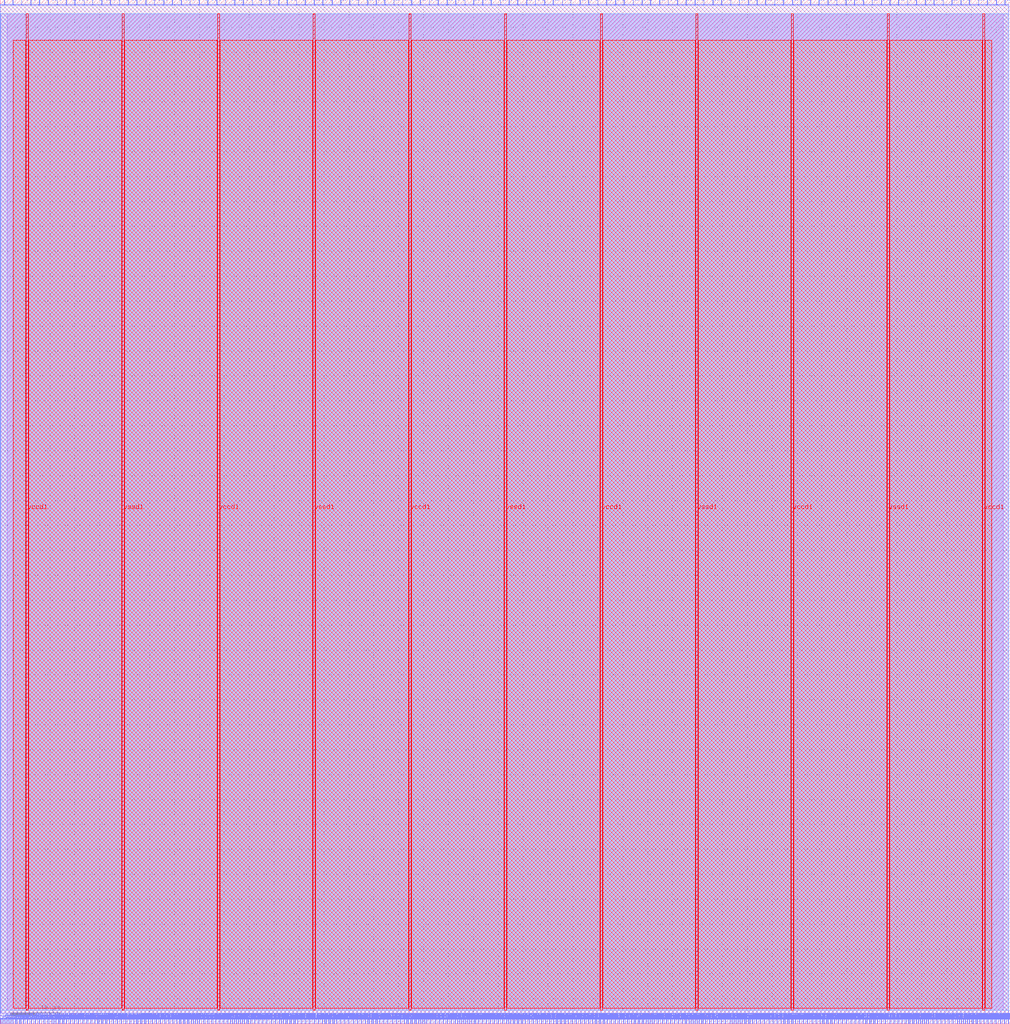
<source format=lef>
VERSION 5.7 ;
  NOWIREEXTENSIONATPIN ON ;
  DIVIDERCHAR "/" ;
  BUSBITCHARS "[]" ;
MACRO top_4ft4
  CLASS BLOCK ;
  FOREIGN top_4ft4 ;
  ORIGIN 0.000 0.000 ;
  SIZE 811.145 BY 821.865 ;
  PIN io_in[0]
    DIRECTION INPUT ;
    USE SIGNAL ;
    PORT
      LAYER met2 ;
        RECT 3.310 817.865 3.590 821.865 ;
    END
  END io_in[0]
  PIN io_in[10]
    DIRECTION INPUT ;
    USE SIGNAL ;
    PORT
      LAYER met2 ;
        RECT 216.290 817.865 216.570 821.865 ;
    END
  END io_in[10]
  PIN io_in[11]
    DIRECTION INPUT ;
    USE SIGNAL ;
    PORT
      LAYER met2 ;
        RECT 237.910 817.865 238.190 821.865 ;
    END
  END io_in[11]
  PIN io_in[12]
    DIRECTION INPUT ;
    USE SIGNAL ;
    PORT
      LAYER met2 ;
        RECT 259.070 817.865 259.350 821.865 ;
    END
  END io_in[12]
  PIN io_in[13]
    DIRECTION INPUT ;
    USE SIGNAL ;
    PORT
      LAYER met2 ;
        RECT 280.690 817.865 280.970 821.865 ;
    END
  END io_in[13]
  PIN io_in[14]
    DIRECTION INPUT ;
    USE SIGNAL ;
    PORT
      LAYER met2 ;
        RECT 301.850 817.865 302.130 821.865 ;
    END
  END io_in[14]
  PIN io_in[15]
    DIRECTION INPUT ;
    USE SIGNAL ;
    PORT
      LAYER met2 ;
        RECT 323.010 817.865 323.290 821.865 ;
    END
  END io_in[15]
  PIN io_in[16]
    DIRECTION INPUT ;
    USE SIGNAL ;
    PORT
      LAYER met2 ;
        RECT 344.630 817.865 344.910 821.865 ;
    END
  END io_in[16]
  PIN io_in[17]
    DIRECTION INPUT ;
    USE SIGNAL ;
    PORT
      LAYER met2 ;
        RECT 365.790 817.865 366.070 821.865 ;
    END
  END io_in[17]
  PIN io_in[18]
    DIRECTION INPUT ;
    USE SIGNAL ;
    PORT
      LAYER met2 ;
        RECT 387.410 817.865 387.690 821.865 ;
    END
  END io_in[18]
  PIN io_in[19]
    DIRECTION INPUT ;
    USE SIGNAL ;
    PORT
      LAYER met2 ;
        RECT 408.570 817.865 408.850 821.865 ;
    END
  END io_in[19]
  PIN io_in[1]
    DIRECTION INPUT ;
    USE SIGNAL ;
    PORT
      LAYER met2 ;
        RECT 24.470 817.865 24.750 821.865 ;
    END
  END io_in[1]
  PIN io_in[20]
    DIRECTION INPUT ;
    USE SIGNAL ;
    PORT
      LAYER met2 ;
        RECT 429.730 817.865 430.010 821.865 ;
    END
  END io_in[20]
  PIN io_in[21]
    DIRECTION INPUT ;
    USE SIGNAL ;
    PORT
      LAYER met2 ;
        RECT 451.350 817.865 451.630 821.865 ;
    END
  END io_in[21]
  PIN io_in[22]
    DIRECTION INPUT ;
    USE SIGNAL ;
    PORT
      LAYER met2 ;
        RECT 472.510 817.865 472.790 821.865 ;
    END
  END io_in[22]
  PIN io_in[23]
    DIRECTION INPUT ;
    USE SIGNAL ;
    PORT
      LAYER met2 ;
        RECT 494.130 817.865 494.410 821.865 ;
    END
  END io_in[23]
  PIN io_in[24]
    DIRECTION INPUT ;
    USE SIGNAL ;
    PORT
      LAYER met2 ;
        RECT 515.290 817.865 515.570 821.865 ;
    END
  END io_in[24]
  PIN io_in[25]
    DIRECTION INPUT ;
    USE SIGNAL ;
    PORT
      LAYER met2 ;
        RECT 536.450 817.865 536.730 821.865 ;
    END
  END io_in[25]
  PIN io_in[26]
    DIRECTION INPUT ;
    USE SIGNAL ;
    PORT
      LAYER met2 ;
        RECT 558.070 817.865 558.350 821.865 ;
    END
  END io_in[26]
  PIN io_in[27]
    DIRECTION INPUT ;
    USE SIGNAL ;
    PORT
      LAYER met2 ;
        RECT 579.230 817.865 579.510 821.865 ;
    END
  END io_in[27]
  PIN io_in[28]
    DIRECTION INPUT ;
    USE SIGNAL ;
    PORT
      LAYER met2 ;
        RECT 600.850 817.865 601.130 821.865 ;
    END
  END io_in[28]
  PIN io_in[29]
    DIRECTION INPUT ;
    USE SIGNAL ;
    PORT
      LAYER met2 ;
        RECT 622.010 817.865 622.290 821.865 ;
    END
  END io_in[29]
  PIN io_in[2]
    DIRECTION INPUT ;
    USE SIGNAL ;
    PORT
      LAYER met2 ;
        RECT 45.630 817.865 45.910 821.865 ;
    END
  END io_in[2]
  PIN io_in[30]
    DIRECTION INPUT ;
    USE SIGNAL ;
    PORT
      LAYER met2 ;
        RECT 643.170 817.865 643.450 821.865 ;
    END
  END io_in[30]
  PIN io_in[31]
    DIRECTION INPUT ;
    USE SIGNAL ;
    PORT
      LAYER met2 ;
        RECT 664.790 817.865 665.070 821.865 ;
    END
  END io_in[31]
  PIN io_in[32]
    DIRECTION INPUT ;
    USE SIGNAL ;
    PORT
      LAYER met2 ;
        RECT 685.950 817.865 686.230 821.865 ;
    END
  END io_in[32]
  PIN io_in[33]
    DIRECTION INPUT ;
    USE SIGNAL ;
    PORT
      LAYER met2 ;
        RECT 707.570 817.865 707.850 821.865 ;
    END
  END io_in[33]
  PIN io_in[34]
    DIRECTION INPUT ;
    USE SIGNAL ;
    PORT
      LAYER met2 ;
        RECT 728.730 817.865 729.010 821.865 ;
    END
  END io_in[34]
  PIN io_in[35]
    DIRECTION INPUT ;
    USE SIGNAL ;
    PORT
      LAYER met2 ;
        RECT 749.890 817.865 750.170 821.865 ;
    END
  END io_in[35]
  PIN io_in[36]
    DIRECTION INPUT ;
    USE SIGNAL ;
    PORT
      LAYER met2 ;
        RECT 771.510 817.865 771.790 821.865 ;
    END
  END io_in[36]
  PIN io_in[37]
    DIRECTION INPUT ;
    USE SIGNAL ;
    PORT
      LAYER met2 ;
        RECT 792.670 817.865 792.950 821.865 ;
    END
  END io_in[37]
  PIN io_in[3]
    DIRECTION INPUT ;
    USE SIGNAL ;
    PORT
      LAYER met2 ;
        RECT 67.250 817.865 67.530 821.865 ;
    END
  END io_in[3]
  PIN io_in[4]
    DIRECTION INPUT ;
    USE SIGNAL ;
    PORT
      LAYER met2 ;
        RECT 88.410 817.865 88.690 821.865 ;
    END
  END io_in[4]
  PIN io_in[5]
    DIRECTION INPUT ;
    USE SIGNAL ;
    PORT
      LAYER met2 ;
        RECT 109.570 817.865 109.850 821.865 ;
    END
  END io_in[5]
  PIN io_in[6]
    DIRECTION INPUT ;
    USE SIGNAL ;
    PORT
      LAYER met2 ;
        RECT 131.190 817.865 131.470 821.865 ;
    END
  END io_in[6]
  PIN io_in[7]
    DIRECTION INPUT ;
    USE SIGNAL ;
    PORT
      LAYER met2 ;
        RECT 152.350 817.865 152.630 821.865 ;
    END
  END io_in[7]
  PIN io_in[8]
    DIRECTION INPUT ;
    USE SIGNAL ;
    PORT
      LAYER met2 ;
        RECT 173.970 817.865 174.250 821.865 ;
    END
  END io_in[8]
  PIN io_in[9]
    DIRECTION INPUT ;
    USE SIGNAL ;
    PORT
      LAYER met2 ;
        RECT 195.130 817.865 195.410 821.865 ;
    END
  END io_in[9]
  PIN io_oeb[0]
    DIRECTION OUTPUT TRISTATE ;
    USE SIGNAL ;
    PORT
      LAYER met2 ;
        RECT 10.210 817.865 10.490 821.865 ;
    END
  END io_oeb[0]
  PIN io_oeb[10]
    DIRECTION OUTPUT TRISTATE ;
    USE SIGNAL ;
    PORT
      LAYER met2 ;
        RECT 223.650 817.865 223.930 821.865 ;
    END
  END io_oeb[10]
  PIN io_oeb[11]
    DIRECTION OUTPUT TRISTATE ;
    USE SIGNAL ;
    PORT
      LAYER met2 ;
        RECT 244.810 817.865 245.090 821.865 ;
    END
  END io_oeb[11]
  PIN io_oeb[12]
    DIRECTION OUTPUT TRISTATE ;
    USE SIGNAL ;
    PORT
      LAYER met2 ;
        RECT 266.430 817.865 266.710 821.865 ;
    END
  END io_oeb[12]
  PIN io_oeb[13]
    DIRECTION OUTPUT TRISTATE ;
    USE SIGNAL ;
    PORT
      LAYER met2 ;
        RECT 287.590 817.865 287.870 821.865 ;
    END
  END io_oeb[13]
  PIN io_oeb[14]
    DIRECTION OUTPUT TRISTATE ;
    USE SIGNAL ;
    PORT
      LAYER met2 ;
        RECT 308.750 817.865 309.030 821.865 ;
    END
  END io_oeb[14]
  PIN io_oeb[15]
    DIRECTION OUTPUT TRISTATE ;
    USE SIGNAL ;
    PORT
      LAYER met2 ;
        RECT 330.370 817.865 330.650 821.865 ;
    END
  END io_oeb[15]
  PIN io_oeb[16]
    DIRECTION OUTPUT TRISTATE ;
    USE SIGNAL ;
    PORT
      LAYER met2 ;
        RECT 351.530 817.865 351.810 821.865 ;
    END
  END io_oeb[16]
  PIN io_oeb[17]
    DIRECTION OUTPUT TRISTATE ;
    USE SIGNAL ;
    PORT
      LAYER met2 ;
        RECT 373.150 817.865 373.430 821.865 ;
    END
  END io_oeb[17]
  PIN io_oeb[18]
    DIRECTION OUTPUT TRISTATE ;
    USE SIGNAL ;
    PORT
      LAYER met2 ;
        RECT 394.310 817.865 394.590 821.865 ;
    END
  END io_oeb[18]
  PIN io_oeb[19]
    DIRECTION OUTPUT TRISTATE ;
    USE SIGNAL ;
    PORT
      LAYER met2 ;
        RECT 415.470 817.865 415.750 821.865 ;
    END
  END io_oeb[19]
  PIN io_oeb[1]
    DIRECTION OUTPUT TRISTATE ;
    USE SIGNAL ;
    PORT
      LAYER met2 ;
        RECT 31.370 817.865 31.650 821.865 ;
    END
  END io_oeb[1]
  PIN io_oeb[20]
    DIRECTION OUTPUT TRISTATE ;
    USE SIGNAL ;
    PORT
      LAYER met2 ;
        RECT 437.090 817.865 437.370 821.865 ;
    END
  END io_oeb[20]
  PIN io_oeb[21]
    DIRECTION OUTPUT TRISTATE ;
    USE SIGNAL ;
    PORT
      LAYER met2 ;
        RECT 458.250 817.865 458.530 821.865 ;
    END
  END io_oeb[21]
  PIN io_oeb[22]
    DIRECTION OUTPUT TRISTATE ;
    USE SIGNAL ;
    PORT
      LAYER met2 ;
        RECT 479.870 817.865 480.150 821.865 ;
    END
  END io_oeb[22]
  PIN io_oeb[23]
    DIRECTION OUTPUT TRISTATE ;
    USE SIGNAL ;
    PORT
      LAYER met2 ;
        RECT 501.030 817.865 501.310 821.865 ;
    END
  END io_oeb[23]
  PIN io_oeb[24]
    DIRECTION OUTPUT TRISTATE ;
    USE SIGNAL ;
    PORT
      LAYER met2 ;
        RECT 522.190 817.865 522.470 821.865 ;
    END
  END io_oeb[24]
  PIN io_oeb[25]
    DIRECTION OUTPUT TRISTATE ;
    USE SIGNAL ;
    PORT
      LAYER met2 ;
        RECT 543.810 817.865 544.090 821.865 ;
    END
  END io_oeb[25]
  PIN io_oeb[26]
    DIRECTION OUTPUT TRISTATE ;
    USE SIGNAL ;
    PORT
      LAYER met2 ;
        RECT 564.970 817.865 565.250 821.865 ;
    END
  END io_oeb[26]
  PIN io_oeb[27]
    DIRECTION OUTPUT TRISTATE ;
    USE SIGNAL ;
    PORT
      LAYER met2 ;
        RECT 586.590 817.865 586.870 821.865 ;
    END
  END io_oeb[27]
  PIN io_oeb[28]
    DIRECTION OUTPUT TRISTATE ;
    USE SIGNAL ;
    PORT
      LAYER met2 ;
        RECT 607.750 817.865 608.030 821.865 ;
    END
  END io_oeb[28]
  PIN io_oeb[29]
    DIRECTION OUTPUT TRISTATE ;
    USE SIGNAL ;
    PORT
      LAYER met2 ;
        RECT 628.910 817.865 629.190 821.865 ;
    END
  END io_oeb[29]
  PIN io_oeb[2]
    DIRECTION OUTPUT TRISTATE ;
    USE SIGNAL ;
    PORT
      LAYER met2 ;
        RECT 52.990 817.865 53.270 821.865 ;
    END
  END io_oeb[2]
  PIN io_oeb[30]
    DIRECTION OUTPUT TRISTATE ;
    USE SIGNAL ;
    PORT
      LAYER met2 ;
        RECT 650.530 817.865 650.810 821.865 ;
    END
  END io_oeb[30]
  PIN io_oeb[31]
    DIRECTION OUTPUT TRISTATE ;
    USE SIGNAL ;
    PORT
      LAYER met2 ;
        RECT 671.690 817.865 671.970 821.865 ;
    END
  END io_oeb[31]
  PIN io_oeb[32]
    DIRECTION OUTPUT TRISTATE ;
    USE SIGNAL ;
    PORT
      LAYER met2 ;
        RECT 693.310 817.865 693.590 821.865 ;
    END
  END io_oeb[32]
  PIN io_oeb[33]
    DIRECTION OUTPUT TRISTATE ;
    USE SIGNAL ;
    PORT
      LAYER met2 ;
        RECT 714.470 817.865 714.750 821.865 ;
    END
  END io_oeb[33]
  PIN io_oeb[34]
    DIRECTION OUTPUT TRISTATE ;
    USE SIGNAL ;
    PORT
      LAYER met2 ;
        RECT 735.630 817.865 735.910 821.865 ;
    END
  END io_oeb[34]
  PIN io_oeb[35]
    DIRECTION OUTPUT TRISTATE ;
    USE SIGNAL ;
    PORT
      LAYER met2 ;
        RECT 757.250 817.865 757.530 821.865 ;
    END
  END io_oeb[35]
  PIN io_oeb[36]
    DIRECTION OUTPUT TRISTATE ;
    USE SIGNAL ;
    PORT
      LAYER met2 ;
        RECT 778.410 817.865 778.690 821.865 ;
    END
  END io_oeb[36]
  PIN io_oeb[37]
    DIRECTION OUTPUT TRISTATE ;
    USE SIGNAL ;
    PORT
      LAYER met2 ;
        RECT 800.030 817.865 800.310 821.865 ;
    END
  END io_oeb[37]
  PIN io_oeb[3]
    DIRECTION OUTPUT TRISTATE ;
    USE SIGNAL ;
    PORT
      LAYER met2 ;
        RECT 74.150 817.865 74.430 821.865 ;
    END
  END io_oeb[3]
  PIN io_oeb[4]
    DIRECTION OUTPUT TRISTATE ;
    USE SIGNAL ;
    PORT
      LAYER met2 ;
        RECT 95.770 817.865 96.050 821.865 ;
    END
  END io_oeb[4]
  PIN io_oeb[5]
    DIRECTION OUTPUT TRISTATE ;
    USE SIGNAL ;
    PORT
      LAYER met2 ;
        RECT 116.930 817.865 117.210 821.865 ;
    END
  END io_oeb[5]
  PIN io_oeb[6]
    DIRECTION OUTPUT TRISTATE ;
    USE SIGNAL ;
    PORT
      LAYER met2 ;
        RECT 138.090 817.865 138.370 821.865 ;
    END
  END io_oeb[6]
  PIN io_oeb[7]
    DIRECTION OUTPUT TRISTATE ;
    USE SIGNAL ;
    PORT
      LAYER met2 ;
        RECT 159.710 817.865 159.990 821.865 ;
    END
  END io_oeb[7]
  PIN io_oeb[8]
    DIRECTION OUTPUT TRISTATE ;
    USE SIGNAL ;
    PORT
      LAYER met2 ;
        RECT 180.870 817.865 181.150 821.865 ;
    END
  END io_oeb[8]
  PIN io_oeb[9]
    DIRECTION OUTPUT TRISTATE ;
    USE SIGNAL ;
    PORT
      LAYER met2 ;
        RECT 202.490 817.865 202.770 821.865 ;
    END
  END io_oeb[9]
  PIN io_out[0]
    DIRECTION OUTPUT TRISTATE ;
    USE SIGNAL ;
    PORT
      LAYER met2 ;
        RECT 17.110 817.865 17.390 821.865 ;
    END
  END io_out[0]
  PIN io_out[10]
    DIRECTION OUTPUT TRISTATE ;
    USE SIGNAL ;
    PORT
      LAYER met2 ;
        RECT 230.550 817.865 230.830 821.865 ;
    END
  END io_out[10]
  PIN io_out[11]
    DIRECTION OUTPUT TRISTATE ;
    USE SIGNAL ;
    PORT
      LAYER met2 ;
        RECT 252.170 817.865 252.450 821.865 ;
    END
  END io_out[11]
  PIN io_out[12]
    DIRECTION OUTPUT TRISTATE ;
    USE SIGNAL ;
    PORT
      LAYER met2 ;
        RECT 273.330 817.865 273.610 821.865 ;
    END
  END io_out[12]
  PIN io_out[13]
    DIRECTION OUTPUT TRISTATE ;
    USE SIGNAL ;
    PORT
      LAYER met2 ;
        RECT 294.950 817.865 295.230 821.865 ;
    END
  END io_out[13]
  PIN io_out[14]
    DIRECTION OUTPUT TRISTATE ;
    USE SIGNAL ;
    PORT
      LAYER met2 ;
        RECT 316.110 817.865 316.390 821.865 ;
    END
  END io_out[14]
  PIN io_out[15]
    DIRECTION OUTPUT TRISTATE ;
    USE SIGNAL ;
    PORT
      LAYER met2 ;
        RECT 337.270 817.865 337.550 821.865 ;
    END
  END io_out[15]
  PIN io_out[16]
    DIRECTION OUTPUT TRISTATE ;
    USE SIGNAL ;
    PORT
      LAYER met2 ;
        RECT 358.890 817.865 359.170 821.865 ;
    END
  END io_out[16]
  PIN io_out[17]
    DIRECTION OUTPUT TRISTATE ;
    USE SIGNAL ;
    PORT
      LAYER met2 ;
        RECT 380.050 817.865 380.330 821.865 ;
    END
  END io_out[17]
  PIN io_out[18]
    DIRECTION OUTPUT TRISTATE ;
    USE SIGNAL ;
    PORT
      LAYER met2 ;
        RECT 401.670 817.865 401.950 821.865 ;
    END
  END io_out[18]
  PIN io_out[19]
    DIRECTION OUTPUT TRISTATE ;
    USE SIGNAL ;
    PORT
      LAYER met2 ;
        RECT 422.830 817.865 423.110 821.865 ;
    END
  END io_out[19]
  PIN io_out[1]
    DIRECTION OUTPUT TRISTATE ;
    USE SIGNAL ;
    PORT
      LAYER met2 ;
        RECT 38.730 817.865 39.010 821.865 ;
    END
  END io_out[1]
  PIN io_out[20]
    DIRECTION OUTPUT TRISTATE ;
    USE SIGNAL ;
    PORT
      LAYER met2 ;
        RECT 443.990 817.865 444.270 821.865 ;
    END
  END io_out[20]
  PIN io_out[21]
    DIRECTION OUTPUT TRISTATE ;
    USE SIGNAL ;
    PORT
      LAYER met2 ;
        RECT 465.610 817.865 465.890 821.865 ;
    END
  END io_out[21]
  PIN io_out[22]
    DIRECTION OUTPUT TRISTATE ;
    USE SIGNAL ;
    PORT
      LAYER met2 ;
        RECT 486.770 817.865 487.050 821.865 ;
    END
  END io_out[22]
  PIN io_out[23]
    DIRECTION OUTPUT TRISTATE ;
    USE SIGNAL ;
    PORT
      LAYER met2 ;
        RECT 508.390 817.865 508.670 821.865 ;
    END
  END io_out[23]
  PIN io_out[24]
    DIRECTION OUTPUT TRISTATE ;
    USE SIGNAL ;
    PORT
      LAYER met2 ;
        RECT 529.550 817.865 529.830 821.865 ;
    END
  END io_out[24]
  PIN io_out[25]
    DIRECTION OUTPUT TRISTATE ;
    USE SIGNAL ;
    PORT
      LAYER met2 ;
        RECT 550.710 817.865 550.990 821.865 ;
    END
  END io_out[25]
  PIN io_out[26]
    DIRECTION OUTPUT TRISTATE ;
    USE SIGNAL ;
    PORT
      LAYER met2 ;
        RECT 572.330 817.865 572.610 821.865 ;
    END
  END io_out[26]
  PIN io_out[27]
    DIRECTION OUTPUT TRISTATE ;
    USE SIGNAL ;
    PORT
      LAYER met2 ;
        RECT 593.490 817.865 593.770 821.865 ;
    END
  END io_out[27]
  PIN io_out[28]
    DIRECTION OUTPUT TRISTATE ;
    USE SIGNAL ;
    PORT
      LAYER met2 ;
        RECT 614.650 817.865 614.930 821.865 ;
    END
  END io_out[28]
  PIN io_out[29]
    DIRECTION OUTPUT TRISTATE ;
    USE SIGNAL ;
    PORT
      LAYER met2 ;
        RECT 636.270 817.865 636.550 821.865 ;
    END
  END io_out[29]
  PIN io_out[2]
    DIRECTION OUTPUT TRISTATE ;
    USE SIGNAL ;
    PORT
      LAYER met2 ;
        RECT 59.890 817.865 60.170 821.865 ;
    END
  END io_out[2]
  PIN io_out[30]
    DIRECTION OUTPUT TRISTATE ;
    USE SIGNAL ;
    PORT
      LAYER met2 ;
        RECT 657.430 817.865 657.710 821.865 ;
    END
  END io_out[30]
  PIN io_out[31]
    DIRECTION OUTPUT TRISTATE ;
    USE SIGNAL ;
    PORT
      LAYER met2 ;
        RECT 679.050 817.865 679.330 821.865 ;
    END
  END io_out[31]
  PIN io_out[32]
    DIRECTION OUTPUT TRISTATE ;
    USE SIGNAL ;
    PORT
      LAYER met2 ;
        RECT 700.210 817.865 700.490 821.865 ;
    END
  END io_out[32]
  PIN io_out[33]
    DIRECTION OUTPUT TRISTATE ;
    USE SIGNAL ;
    PORT
      LAYER met2 ;
        RECT 721.370 817.865 721.650 821.865 ;
    END
  END io_out[33]
  PIN io_out[34]
    DIRECTION OUTPUT TRISTATE ;
    USE SIGNAL ;
    PORT
      LAYER met2 ;
        RECT 742.990 817.865 743.270 821.865 ;
    END
  END io_out[34]
  PIN io_out[35]
    DIRECTION OUTPUT TRISTATE ;
    USE SIGNAL ;
    PORT
      LAYER met2 ;
        RECT 764.150 817.865 764.430 821.865 ;
    END
  END io_out[35]
  PIN io_out[36]
    DIRECTION OUTPUT TRISTATE ;
    USE SIGNAL ;
    PORT
      LAYER met2 ;
        RECT 785.770 817.865 786.050 821.865 ;
    END
  END io_out[36]
  PIN io_out[37]
    DIRECTION OUTPUT TRISTATE ;
    USE SIGNAL ;
    PORT
      LAYER met2 ;
        RECT 806.930 817.865 807.210 821.865 ;
    END
  END io_out[37]
  PIN io_out[3]
    DIRECTION OUTPUT TRISTATE ;
    USE SIGNAL ;
    PORT
      LAYER met2 ;
        RECT 81.510 817.865 81.790 821.865 ;
    END
  END io_out[3]
  PIN io_out[4]
    DIRECTION OUTPUT TRISTATE ;
    USE SIGNAL ;
    PORT
      LAYER met2 ;
        RECT 102.670 817.865 102.950 821.865 ;
    END
  END io_out[4]
  PIN io_out[5]
    DIRECTION OUTPUT TRISTATE ;
    USE SIGNAL ;
    PORT
      LAYER met2 ;
        RECT 123.830 817.865 124.110 821.865 ;
    END
  END io_out[5]
  PIN io_out[6]
    DIRECTION OUTPUT TRISTATE ;
    USE SIGNAL ;
    PORT
      LAYER met2 ;
        RECT 145.450 817.865 145.730 821.865 ;
    END
  END io_out[6]
  PIN io_out[7]
    DIRECTION OUTPUT TRISTATE ;
    USE SIGNAL ;
    PORT
      LAYER met2 ;
        RECT 166.610 817.865 166.890 821.865 ;
    END
  END io_out[7]
  PIN io_out[8]
    DIRECTION OUTPUT TRISTATE ;
    USE SIGNAL ;
    PORT
      LAYER met2 ;
        RECT 188.230 817.865 188.510 821.865 ;
    END
  END io_out[8]
  PIN io_out[9]
    DIRECTION OUTPUT TRISTATE ;
    USE SIGNAL ;
    PORT
      LAYER met2 ;
        RECT 209.390 817.865 209.670 821.865 ;
    END
  END io_out[9]
  PIN irq[0]
    DIRECTION OUTPUT TRISTATE ;
    USE SIGNAL ;
    PORT
      LAYER met2 ;
        RECT 806.470 0.000 806.750 4.000 ;
    END
  END irq[0]
  PIN irq[1]
    DIRECTION OUTPUT TRISTATE ;
    USE SIGNAL ;
    PORT
      LAYER met2 ;
        RECT 807.850 0.000 808.130 4.000 ;
    END
  END irq[1]
  PIN irq[2]
    DIRECTION OUTPUT TRISTATE ;
    USE SIGNAL ;
    PORT
      LAYER met2 ;
        RECT 809.690 0.000 809.970 4.000 ;
    END
  END irq[2]
  PIN la_data_in[0]
    DIRECTION INPUT ;
    USE SIGNAL ;
    PORT
      LAYER met2 ;
        RECT 174.890 0.000 175.170 4.000 ;
    END
  END la_data_in[0]
  PIN la_data_in[100]
    DIRECTION INPUT ;
    USE SIGNAL ;
    PORT
      LAYER met2 ;
        RECT 668.010 0.000 668.290 4.000 ;
    END
  END la_data_in[100]
  PIN la_data_in[101]
    DIRECTION INPUT ;
    USE SIGNAL ;
    PORT
      LAYER met2 ;
        RECT 673.070 0.000 673.350 4.000 ;
    END
  END la_data_in[101]
  PIN la_data_in[102]
    DIRECTION INPUT ;
    USE SIGNAL ;
    PORT
      LAYER met2 ;
        RECT 678.130 0.000 678.410 4.000 ;
    END
  END la_data_in[102]
  PIN la_data_in[103]
    DIRECTION INPUT ;
    USE SIGNAL ;
    PORT
      LAYER met2 ;
        RECT 683.190 0.000 683.470 4.000 ;
    END
  END la_data_in[103]
  PIN la_data_in[104]
    DIRECTION INPUT ;
    USE SIGNAL ;
    PORT
      LAYER met2 ;
        RECT 687.790 0.000 688.070 4.000 ;
    END
  END la_data_in[104]
  PIN la_data_in[105]
    DIRECTION INPUT ;
    USE SIGNAL ;
    PORT
      LAYER met2 ;
        RECT 692.850 0.000 693.130 4.000 ;
    END
  END la_data_in[105]
  PIN la_data_in[106]
    DIRECTION INPUT ;
    USE SIGNAL ;
    PORT
      LAYER met2 ;
        RECT 697.910 0.000 698.190 4.000 ;
    END
  END la_data_in[106]
  PIN la_data_in[107]
    DIRECTION INPUT ;
    USE SIGNAL ;
    PORT
      LAYER met2 ;
        RECT 702.510 0.000 702.790 4.000 ;
    END
  END la_data_in[107]
  PIN la_data_in[108]
    DIRECTION INPUT ;
    USE SIGNAL ;
    PORT
      LAYER met2 ;
        RECT 707.570 0.000 707.850 4.000 ;
    END
  END la_data_in[108]
  PIN la_data_in[109]
    DIRECTION INPUT ;
    USE SIGNAL ;
    PORT
      LAYER met2 ;
        RECT 712.630 0.000 712.910 4.000 ;
    END
  END la_data_in[109]
  PIN la_data_in[10]
    DIRECTION INPUT ;
    USE SIGNAL ;
    PORT
      LAYER met2 ;
        RECT 224.110 0.000 224.390 4.000 ;
    END
  END la_data_in[10]
  PIN la_data_in[110]
    DIRECTION INPUT ;
    USE SIGNAL ;
    PORT
      LAYER met2 ;
        RECT 717.690 0.000 717.970 4.000 ;
    END
  END la_data_in[110]
  PIN la_data_in[111]
    DIRECTION INPUT ;
    USE SIGNAL ;
    PORT
      LAYER met2 ;
        RECT 722.290 0.000 722.570 4.000 ;
    END
  END la_data_in[111]
  PIN la_data_in[112]
    DIRECTION INPUT ;
    USE SIGNAL ;
    PORT
      LAYER met2 ;
        RECT 727.350 0.000 727.630 4.000 ;
    END
  END la_data_in[112]
  PIN la_data_in[113]
    DIRECTION INPUT ;
    USE SIGNAL ;
    PORT
      LAYER met2 ;
        RECT 732.410 0.000 732.690 4.000 ;
    END
  END la_data_in[113]
  PIN la_data_in[114]
    DIRECTION INPUT ;
    USE SIGNAL ;
    PORT
      LAYER met2 ;
        RECT 737.470 0.000 737.750 4.000 ;
    END
  END la_data_in[114]
  PIN la_data_in[115]
    DIRECTION INPUT ;
    USE SIGNAL ;
    PORT
      LAYER met2 ;
        RECT 742.070 0.000 742.350 4.000 ;
    END
  END la_data_in[115]
  PIN la_data_in[116]
    DIRECTION INPUT ;
    USE SIGNAL ;
    PORT
      LAYER met2 ;
        RECT 747.130 0.000 747.410 4.000 ;
    END
  END la_data_in[116]
  PIN la_data_in[117]
    DIRECTION INPUT ;
    USE SIGNAL ;
    PORT
      LAYER met2 ;
        RECT 752.190 0.000 752.470 4.000 ;
    END
  END la_data_in[117]
  PIN la_data_in[118]
    DIRECTION INPUT ;
    USE SIGNAL ;
    PORT
      LAYER met2 ;
        RECT 756.790 0.000 757.070 4.000 ;
    END
  END la_data_in[118]
  PIN la_data_in[119]
    DIRECTION INPUT ;
    USE SIGNAL ;
    PORT
      LAYER met2 ;
        RECT 761.850 0.000 762.130 4.000 ;
    END
  END la_data_in[119]
  PIN la_data_in[11]
    DIRECTION INPUT ;
    USE SIGNAL ;
    PORT
      LAYER met2 ;
        RECT 229.170 0.000 229.450 4.000 ;
    END
  END la_data_in[11]
  PIN la_data_in[120]
    DIRECTION INPUT ;
    USE SIGNAL ;
    PORT
      LAYER met2 ;
        RECT 766.910 0.000 767.190 4.000 ;
    END
  END la_data_in[120]
  PIN la_data_in[121]
    DIRECTION INPUT ;
    USE SIGNAL ;
    PORT
      LAYER met2 ;
        RECT 771.970 0.000 772.250 4.000 ;
    END
  END la_data_in[121]
  PIN la_data_in[122]
    DIRECTION INPUT ;
    USE SIGNAL ;
    PORT
      LAYER met2 ;
        RECT 776.570 0.000 776.850 4.000 ;
    END
  END la_data_in[122]
  PIN la_data_in[123]
    DIRECTION INPUT ;
    USE SIGNAL ;
    PORT
      LAYER met2 ;
        RECT 781.630 0.000 781.910 4.000 ;
    END
  END la_data_in[123]
  PIN la_data_in[124]
    DIRECTION INPUT ;
    USE SIGNAL ;
    PORT
      LAYER met2 ;
        RECT 786.690 0.000 786.970 4.000 ;
    END
  END la_data_in[124]
  PIN la_data_in[125]
    DIRECTION INPUT ;
    USE SIGNAL ;
    PORT
      LAYER met2 ;
        RECT 791.750 0.000 792.030 4.000 ;
    END
  END la_data_in[125]
  PIN la_data_in[126]
    DIRECTION INPUT ;
    USE SIGNAL ;
    PORT
      LAYER met2 ;
        RECT 796.350 0.000 796.630 4.000 ;
    END
  END la_data_in[126]
  PIN la_data_in[127]
    DIRECTION INPUT ;
    USE SIGNAL ;
    PORT
      LAYER met2 ;
        RECT 801.410 0.000 801.690 4.000 ;
    END
  END la_data_in[127]
  PIN la_data_in[12]
    DIRECTION INPUT ;
    USE SIGNAL ;
    PORT
      LAYER met2 ;
        RECT 233.770 0.000 234.050 4.000 ;
    END
  END la_data_in[12]
  PIN la_data_in[13]
    DIRECTION INPUT ;
    USE SIGNAL ;
    PORT
      LAYER met2 ;
        RECT 238.830 0.000 239.110 4.000 ;
    END
  END la_data_in[13]
  PIN la_data_in[14]
    DIRECTION INPUT ;
    USE SIGNAL ;
    PORT
      LAYER met2 ;
        RECT 243.890 0.000 244.170 4.000 ;
    END
  END la_data_in[14]
  PIN la_data_in[15]
    DIRECTION INPUT ;
    USE SIGNAL ;
    PORT
      LAYER met2 ;
        RECT 248.490 0.000 248.770 4.000 ;
    END
  END la_data_in[15]
  PIN la_data_in[16]
    DIRECTION INPUT ;
    USE SIGNAL ;
    PORT
      LAYER met2 ;
        RECT 253.550 0.000 253.830 4.000 ;
    END
  END la_data_in[16]
  PIN la_data_in[17]
    DIRECTION INPUT ;
    USE SIGNAL ;
    PORT
      LAYER met2 ;
        RECT 258.610 0.000 258.890 4.000 ;
    END
  END la_data_in[17]
  PIN la_data_in[18]
    DIRECTION INPUT ;
    USE SIGNAL ;
    PORT
      LAYER met2 ;
        RECT 263.670 0.000 263.950 4.000 ;
    END
  END la_data_in[18]
  PIN la_data_in[19]
    DIRECTION INPUT ;
    USE SIGNAL ;
    PORT
      LAYER met2 ;
        RECT 268.270 0.000 268.550 4.000 ;
    END
  END la_data_in[19]
  PIN la_data_in[1]
    DIRECTION INPUT ;
    USE SIGNAL ;
    PORT
      LAYER met2 ;
        RECT 179.490 0.000 179.770 4.000 ;
    END
  END la_data_in[1]
  PIN la_data_in[20]
    DIRECTION INPUT ;
    USE SIGNAL ;
    PORT
      LAYER met2 ;
        RECT 273.330 0.000 273.610 4.000 ;
    END
  END la_data_in[20]
  PIN la_data_in[21]
    DIRECTION INPUT ;
    USE SIGNAL ;
    PORT
      LAYER met2 ;
        RECT 278.390 0.000 278.670 4.000 ;
    END
  END la_data_in[21]
  PIN la_data_in[22]
    DIRECTION INPUT ;
    USE SIGNAL ;
    PORT
      LAYER met2 ;
        RECT 283.450 0.000 283.730 4.000 ;
    END
  END la_data_in[22]
  PIN la_data_in[23]
    DIRECTION INPUT ;
    USE SIGNAL ;
    PORT
      LAYER met2 ;
        RECT 288.050 0.000 288.330 4.000 ;
    END
  END la_data_in[23]
  PIN la_data_in[24]
    DIRECTION INPUT ;
    USE SIGNAL ;
    PORT
      LAYER met2 ;
        RECT 293.110 0.000 293.390 4.000 ;
    END
  END la_data_in[24]
  PIN la_data_in[25]
    DIRECTION INPUT ;
    USE SIGNAL ;
    PORT
      LAYER met2 ;
        RECT 298.170 0.000 298.450 4.000 ;
    END
  END la_data_in[25]
  PIN la_data_in[26]
    DIRECTION INPUT ;
    USE SIGNAL ;
    PORT
      LAYER met2 ;
        RECT 302.770 0.000 303.050 4.000 ;
    END
  END la_data_in[26]
  PIN la_data_in[27]
    DIRECTION INPUT ;
    USE SIGNAL ;
    PORT
      LAYER met2 ;
        RECT 307.830 0.000 308.110 4.000 ;
    END
  END la_data_in[27]
  PIN la_data_in[28]
    DIRECTION INPUT ;
    USE SIGNAL ;
    PORT
      LAYER met2 ;
        RECT 312.890 0.000 313.170 4.000 ;
    END
  END la_data_in[28]
  PIN la_data_in[29]
    DIRECTION INPUT ;
    USE SIGNAL ;
    PORT
      LAYER met2 ;
        RECT 317.950 0.000 318.230 4.000 ;
    END
  END la_data_in[29]
  PIN la_data_in[2]
    DIRECTION INPUT ;
    USE SIGNAL ;
    PORT
      LAYER met2 ;
        RECT 184.550 0.000 184.830 4.000 ;
    END
  END la_data_in[2]
  PIN la_data_in[30]
    DIRECTION INPUT ;
    USE SIGNAL ;
    PORT
      LAYER met2 ;
        RECT 322.550 0.000 322.830 4.000 ;
    END
  END la_data_in[30]
  PIN la_data_in[31]
    DIRECTION INPUT ;
    USE SIGNAL ;
    PORT
      LAYER met2 ;
        RECT 327.610 0.000 327.890 4.000 ;
    END
  END la_data_in[31]
  PIN la_data_in[32]
    DIRECTION INPUT ;
    USE SIGNAL ;
    PORT
      LAYER met2 ;
        RECT 332.670 0.000 332.950 4.000 ;
    END
  END la_data_in[32]
  PIN la_data_in[33]
    DIRECTION INPUT ;
    USE SIGNAL ;
    PORT
      LAYER met2 ;
        RECT 337.730 0.000 338.010 4.000 ;
    END
  END la_data_in[33]
  PIN la_data_in[34]
    DIRECTION INPUT ;
    USE SIGNAL ;
    PORT
      LAYER met2 ;
        RECT 342.330 0.000 342.610 4.000 ;
    END
  END la_data_in[34]
  PIN la_data_in[35]
    DIRECTION INPUT ;
    USE SIGNAL ;
    PORT
      LAYER met2 ;
        RECT 347.390 0.000 347.670 4.000 ;
    END
  END la_data_in[35]
  PIN la_data_in[36]
    DIRECTION INPUT ;
    USE SIGNAL ;
    PORT
      LAYER met2 ;
        RECT 352.450 0.000 352.730 4.000 ;
    END
  END la_data_in[36]
  PIN la_data_in[37]
    DIRECTION INPUT ;
    USE SIGNAL ;
    PORT
      LAYER met2 ;
        RECT 357.510 0.000 357.790 4.000 ;
    END
  END la_data_in[37]
  PIN la_data_in[38]
    DIRECTION INPUT ;
    USE SIGNAL ;
    PORT
      LAYER met2 ;
        RECT 362.110 0.000 362.390 4.000 ;
    END
  END la_data_in[38]
  PIN la_data_in[39]
    DIRECTION INPUT ;
    USE SIGNAL ;
    PORT
      LAYER met2 ;
        RECT 367.170 0.000 367.450 4.000 ;
    END
  END la_data_in[39]
  PIN la_data_in[3]
    DIRECTION INPUT ;
    USE SIGNAL ;
    PORT
      LAYER met2 ;
        RECT 189.610 0.000 189.890 4.000 ;
    END
  END la_data_in[3]
  PIN la_data_in[40]
    DIRECTION INPUT ;
    USE SIGNAL ;
    PORT
      LAYER met2 ;
        RECT 372.230 0.000 372.510 4.000 ;
    END
  END la_data_in[40]
  PIN la_data_in[41]
    DIRECTION INPUT ;
    USE SIGNAL ;
    PORT
      LAYER met2 ;
        RECT 376.830 0.000 377.110 4.000 ;
    END
  END la_data_in[41]
  PIN la_data_in[42]
    DIRECTION INPUT ;
    USE SIGNAL ;
    PORT
      LAYER met2 ;
        RECT 381.890 0.000 382.170 4.000 ;
    END
  END la_data_in[42]
  PIN la_data_in[43]
    DIRECTION INPUT ;
    USE SIGNAL ;
    PORT
      LAYER met2 ;
        RECT 386.950 0.000 387.230 4.000 ;
    END
  END la_data_in[43]
  PIN la_data_in[44]
    DIRECTION INPUT ;
    USE SIGNAL ;
    PORT
      LAYER met2 ;
        RECT 392.010 0.000 392.290 4.000 ;
    END
  END la_data_in[44]
  PIN la_data_in[45]
    DIRECTION INPUT ;
    USE SIGNAL ;
    PORT
      LAYER met2 ;
        RECT 396.610 0.000 396.890 4.000 ;
    END
  END la_data_in[45]
  PIN la_data_in[46]
    DIRECTION INPUT ;
    USE SIGNAL ;
    PORT
      LAYER met2 ;
        RECT 401.670 0.000 401.950 4.000 ;
    END
  END la_data_in[46]
  PIN la_data_in[47]
    DIRECTION INPUT ;
    USE SIGNAL ;
    PORT
      LAYER met2 ;
        RECT 406.730 0.000 407.010 4.000 ;
    END
  END la_data_in[47]
  PIN la_data_in[48]
    DIRECTION INPUT ;
    USE SIGNAL ;
    PORT
      LAYER met2 ;
        RECT 411.790 0.000 412.070 4.000 ;
    END
  END la_data_in[48]
  PIN la_data_in[49]
    DIRECTION INPUT ;
    USE SIGNAL ;
    PORT
      LAYER met2 ;
        RECT 416.390 0.000 416.670 4.000 ;
    END
  END la_data_in[49]
  PIN la_data_in[4]
    DIRECTION INPUT ;
    USE SIGNAL ;
    PORT
      LAYER met2 ;
        RECT 194.210 0.000 194.490 4.000 ;
    END
  END la_data_in[4]
  PIN la_data_in[50]
    DIRECTION INPUT ;
    USE SIGNAL ;
    PORT
      LAYER met2 ;
        RECT 421.450 0.000 421.730 4.000 ;
    END
  END la_data_in[50]
  PIN la_data_in[51]
    DIRECTION INPUT ;
    USE SIGNAL ;
    PORT
      LAYER met2 ;
        RECT 426.510 0.000 426.790 4.000 ;
    END
  END la_data_in[51]
  PIN la_data_in[52]
    DIRECTION INPUT ;
    USE SIGNAL ;
    PORT
      LAYER met2 ;
        RECT 431.110 0.000 431.390 4.000 ;
    END
  END la_data_in[52]
  PIN la_data_in[53]
    DIRECTION INPUT ;
    USE SIGNAL ;
    PORT
      LAYER met2 ;
        RECT 436.170 0.000 436.450 4.000 ;
    END
  END la_data_in[53]
  PIN la_data_in[54]
    DIRECTION INPUT ;
    USE SIGNAL ;
    PORT
      LAYER met2 ;
        RECT 441.230 0.000 441.510 4.000 ;
    END
  END la_data_in[54]
  PIN la_data_in[55]
    DIRECTION INPUT ;
    USE SIGNAL ;
    PORT
      LAYER met2 ;
        RECT 446.290 0.000 446.570 4.000 ;
    END
  END la_data_in[55]
  PIN la_data_in[56]
    DIRECTION INPUT ;
    USE SIGNAL ;
    PORT
      LAYER met2 ;
        RECT 450.890 0.000 451.170 4.000 ;
    END
  END la_data_in[56]
  PIN la_data_in[57]
    DIRECTION INPUT ;
    USE SIGNAL ;
    PORT
      LAYER met2 ;
        RECT 455.950 0.000 456.230 4.000 ;
    END
  END la_data_in[57]
  PIN la_data_in[58]
    DIRECTION INPUT ;
    USE SIGNAL ;
    PORT
      LAYER met2 ;
        RECT 461.010 0.000 461.290 4.000 ;
    END
  END la_data_in[58]
  PIN la_data_in[59]
    DIRECTION INPUT ;
    USE SIGNAL ;
    PORT
      LAYER met2 ;
        RECT 466.070 0.000 466.350 4.000 ;
    END
  END la_data_in[59]
  PIN la_data_in[5]
    DIRECTION INPUT ;
    USE SIGNAL ;
    PORT
      LAYER met2 ;
        RECT 199.270 0.000 199.550 4.000 ;
    END
  END la_data_in[5]
  PIN la_data_in[60]
    DIRECTION INPUT ;
    USE SIGNAL ;
    PORT
      LAYER met2 ;
        RECT 470.670 0.000 470.950 4.000 ;
    END
  END la_data_in[60]
  PIN la_data_in[61]
    DIRECTION INPUT ;
    USE SIGNAL ;
    PORT
      LAYER met2 ;
        RECT 475.730 0.000 476.010 4.000 ;
    END
  END la_data_in[61]
  PIN la_data_in[62]
    DIRECTION INPUT ;
    USE SIGNAL ;
    PORT
      LAYER met2 ;
        RECT 480.790 0.000 481.070 4.000 ;
    END
  END la_data_in[62]
  PIN la_data_in[63]
    DIRECTION INPUT ;
    USE SIGNAL ;
    PORT
      LAYER met2 ;
        RECT 485.390 0.000 485.670 4.000 ;
    END
  END la_data_in[63]
  PIN la_data_in[64]
    DIRECTION INPUT ;
    USE SIGNAL ;
    PORT
      LAYER met2 ;
        RECT 490.450 0.000 490.730 4.000 ;
    END
  END la_data_in[64]
  PIN la_data_in[65]
    DIRECTION INPUT ;
    USE SIGNAL ;
    PORT
      LAYER met2 ;
        RECT 495.510 0.000 495.790 4.000 ;
    END
  END la_data_in[65]
  PIN la_data_in[66]
    DIRECTION INPUT ;
    USE SIGNAL ;
    PORT
      LAYER met2 ;
        RECT 500.570 0.000 500.850 4.000 ;
    END
  END la_data_in[66]
  PIN la_data_in[67]
    DIRECTION INPUT ;
    USE SIGNAL ;
    PORT
      LAYER met2 ;
        RECT 505.170 0.000 505.450 4.000 ;
    END
  END la_data_in[67]
  PIN la_data_in[68]
    DIRECTION INPUT ;
    USE SIGNAL ;
    PORT
      LAYER met2 ;
        RECT 510.230 0.000 510.510 4.000 ;
    END
  END la_data_in[68]
  PIN la_data_in[69]
    DIRECTION INPUT ;
    USE SIGNAL ;
    PORT
      LAYER met2 ;
        RECT 515.290 0.000 515.570 4.000 ;
    END
  END la_data_in[69]
  PIN la_data_in[6]
    DIRECTION INPUT ;
    USE SIGNAL ;
    PORT
      LAYER met2 ;
        RECT 204.330 0.000 204.610 4.000 ;
    END
  END la_data_in[6]
  PIN la_data_in[70]
    DIRECTION INPUT ;
    USE SIGNAL ;
    PORT
      LAYER met2 ;
        RECT 520.350 0.000 520.630 4.000 ;
    END
  END la_data_in[70]
  PIN la_data_in[71]
    DIRECTION INPUT ;
    USE SIGNAL ;
    PORT
      LAYER met2 ;
        RECT 524.950 0.000 525.230 4.000 ;
    END
  END la_data_in[71]
  PIN la_data_in[72]
    DIRECTION INPUT ;
    USE SIGNAL ;
    PORT
      LAYER met2 ;
        RECT 530.010 0.000 530.290 4.000 ;
    END
  END la_data_in[72]
  PIN la_data_in[73]
    DIRECTION INPUT ;
    USE SIGNAL ;
    PORT
      LAYER met2 ;
        RECT 535.070 0.000 535.350 4.000 ;
    END
  END la_data_in[73]
  PIN la_data_in[74]
    DIRECTION INPUT ;
    USE SIGNAL ;
    PORT
      LAYER met2 ;
        RECT 539.670 0.000 539.950 4.000 ;
    END
  END la_data_in[74]
  PIN la_data_in[75]
    DIRECTION INPUT ;
    USE SIGNAL ;
    PORT
      LAYER met2 ;
        RECT 544.730 0.000 545.010 4.000 ;
    END
  END la_data_in[75]
  PIN la_data_in[76]
    DIRECTION INPUT ;
    USE SIGNAL ;
    PORT
      LAYER met2 ;
        RECT 549.790 0.000 550.070 4.000 ;
    END
  END la_data_in[76]
  PIN la_data_in[77]
    DIRECTION INPUT ;
    USE SIGNAL ;
    PORT
      LAYER met2 ;
        RECT 554.850 0.000 555.130 4.000 ;
    END
  END la_data_in[77]
  PIN la_data_in[78]
    DIRECTION INPUT ;
    USE SIGNAL ;
    PORT
      LAYER met2 ;
        RECT 559.450 0.000 559.730 4.000 ;
    END
  END la_data_in[78]
  PIN la_data_in[79]
    DIRECTION INPUT ;
    USE SIGNAL ;
    PORT
      LAYER met2 ;
        RECT 564.510 0.000 564.790 4.000 ;
    END
  END la_data_in[79]
  PIN la_data_in[7]
    DIRECTION INPUT ;
    USE SIGNAL ;
    PORT
      LAYER met2 ;
        RECT 209.390 0.000 209.670 4.000 ;
    END
  END la_data_in[7]
  PIN la_data_in[80]
    DIRECTION INPUT ;
    USE SIGNAL ;
    PORT
      LAYER met2 ;
        RECT 569.570 0.000 569.850 4.000 ;
    END
  END la_data_in[80]
  PIN la_data_in[81]
    DIRECTION INPUT ;
    USE SIGNAL ;
    PORT
      LAYER met2 ;
        RECT 574.630 0.000 574.910 4.000 ;
    END
  END la_data_in[81]
  PIN la_data_in[82]
    DIRECTION INPUT ;
    USE SIGNAL ;
    PORT
      LAYER met2 ;
        RECT 579.230 0.000 579.510 4.000 ;
    END
  END la_data_in[82]
  PIN la_data_in[83]
    DIRECTION INPUT ;
    USE SIGNAL ;
    PORT
      LAYER met2 ;
        RECT 584.290 0.000 584.570 4.000 ;
    END
  END la_data_in[83]
  PIN la_data_in[84]
    DIRECTION INPUT ;
    USE SIGNAL ;
    PORT
      LAYER met2 ;
        RECT 589.350 0.000 589.630 4.000 ;
    END
  END la_data_in[84]
  PIN la_data_in[85]
    DIRECTION INPUT ;
    USE SIGNAL ;
    PORT
      LAYER met2 ;
        RECT 593.950 0.000 594.230 4.000 ;
    END
  END la_data_in[85]
  PIN la_data_in[86]
    DIRECTION INPUT ;
    USE SIGNAL ;
    PORT
      LAYER met2 ;
        RECT 599.010 0.000 599.290 4.000 ;
    END
  END la_data_in[86]
  PIN la_data_in[87]
    DIRECTION INPUT ;
    USE SIGNAL ;
    PORT
      LAYER met2 ;
        RECT 604.070 0.000 604.350 4.000 ;
    END
  END la_data_in[87]
  PIN la_data_in[88]
    DIRECTION INPUT ;
    USE SIGNAL ;
    PORT
      LAYER met2 ;
        RECT 609.130 0.000 609.410 4.000 ;
    END
  END la_data_in[88]
  PIN la_data_in[89]
    DIRECTION INPUT ;
    USE SIGNAL ;
    PORT
      LAYER met2 ;
        RECT 613.730 0.000 614.010 4.000 ;
    END
  END la_data_in[89]
  PIN la_data_in[8]
    DIRECTION INPUT ;
    USE SIGNAL ;
    PORT
      LAYER met2 ;
        RECT 213.990 0.000 214.270 4.000 ;
    END
  END la_data_in[8]
  PIN la_data_in[90]
    DIRECTION INPUT ;
    USE SIGNAL ;
    PORT
      LAYER met2 ;
        RECT 618.790 0.000 619.070 4.000 ;
    END
  END la_data_in[90]
  PIN la_data_in[91]
    DIRECTION INPUT ;
    USE SIGNAL ;
    PORT
      LAYER met2 ;
        RECT 623.850 0.000 624.130 4.000 ;
    END
  END la_data_in[91]
  PIN la_data_in[92]
    DIRECTION INPUT ;
    USE SIGNAL ;
    PORT
      LAYER met2 ;
        RECT 628.910 0.000 629.190 4.000 ;
    END
  END la_data_in[92]
  PIN la_data_in[93]
    DIRECTION INPUT ;
    USE SIGNAL ;
    PORT
      LAYER met2 ;
        RECT 633.510 0.000 633.790 4.000 ;
    END
  END la_data_in[93]
  PIN la_data_in[94]
    DIRECTION INPUT ;
    USE SIGNAL ;
    PORT
      LAYER met2 ;
        RECT 638.570 0.000 638.850 4.000 ;
    END
  END la_data_in[94]
  PIN la_data_in[95]
    DIRECTION INPUT ;
    USE SIGNAL ;
    PORT
      LAYER met2 ;
        RECT 643.630 0.000 643.910 4.000 ;
    END
  END la_data_in[95]
  PIN la_data_in[96]
    DIRECTION INPUT ;
    USE SIGNAL ;
    PORT
      LAYER met2 ;
        RECT 648.230 0.000 648.510 4.000 ;
    END
  END la_data_in[96]
  PIN la_data_in[97]
    DIRECTION INPUT ;
    USE SIGNAL ;
    PORT
      LAYER met2 ;
        RECT 653.290 0.000 653.570 4.000 ;
    END
  END la_data_in[97]
  PIN la_data_in[98]
    DIRECTION INPUT ;
    USE SIGNAL ;
    PORT
      LAYER met2 ;
        RECT 658.350 0.000 658.630 4.000 ;
    END
  END la_data_in[98]
  PIN la_data_in[99]
    DIRECTION INPUT ;
    USE SIGNAL ;
    PORT
      LAYER met2 ;
        RECT 663.410 0.000 663.690 4.000 ;
    END
  END la_data_in[99]
  PIN la_data_in[9]
    DIRECTION INPUT ;
    USE SIGNAL ;
    PORT
      LAYER met2 ;
        RECT 219.050 0.000 219.330 4.000 ;
    END
  END la_data_in[9]
  PIN la_data_out[0]
    DIRECTION OUTPUT TRISTATE ;
    USE SIGNAL ;
    PORT
      LAYER met2 ;
        RECT 176.270 0.000 176.550 4.000 ;
    END
  END la_data_out[0]
  PIN la_data_out[100]
    DIRECTION OUTPUT TRISTATE ;
    USE SIGNAL ;
    PORT
      LAYER met2 ;
        RECT 669.850 0.000 670.130 4.000 ;
    END
  END la_data_out[100]
  PIN la_data_out[101]
    DIRECTION OUTPUT TRISTATE ;
    USE SIGNAL ;
    PORT
      LAYER met2 ;
        RECT 674.910 0.000 675.190 4.000 ;
    END
  END la_data_out[101]
  PIN la_data_out[102]
    DIRECTION OUTPUT TRISTATE ;
    USE SIGNAL ;
    PORT
      LAYER met2 ;
        RECT 679.510 0.000 679.790 4.000 ;
    END
  END la_data_out[102]
  PIN la_data_out[103]
    DIRECTION OUTPUT TRISTATE ;
    USE SIGNAL ;
    PORT
      LAYER met2 ;
        RECT 684.570 0.000 684.850 4.000 ;
    END
  END la_data_out[103]
  PIN la_data_out[104]
    DIRECTION OUTPUT TRISTATE ;
    USE SIGNAL ;
    PORT
      LAYER met2 ;
        RECT 689.630 0.000 689.910 4.000 ;
    END
  END la_data_out[104]
  PIN la_data_out[105]
    DIRECTION OUTPUT TRISTATE ;
    USE SIGNAL ;
    PORT
      LAYER met2 ;
        RECT 694.690 0.000 694.970 4.000 ;
    END
  END la_data_out[105]
  PIN la_data_out[106]
    DIRECTION OUTPUT TRISTATE ;
    USE SIGNAL ;
    PORT
      LAYER met2 ;
        RECT 699.290 0.000 699.570 4.000 ;
    END
  END la_data_out[106]
  PIN la_data_out[107]
    DIRECTION OUTPUT TRISTATE ;
    USE SIGNAL ;
    PORT
      LAYER met2 ;
        RECT 704.350 0.000 704.630 4.000 ;
    END
  END la_data_out[107]
  PIN la_data_out[108]
    DIRECTION OUTPUT TRISTATE ;
    USE SIGNAL ;
    PORT
      LAYER met2 ;
        RECT 709.410 0.000 709.690 4.000 ;
    END
  END la_data_out[108]
  PIN la_data_out[109]
    DIRECTION OUTPUT TRISTATE ;
    USE SIGNAL ;
    PORT
      LAYER met2 ;
        RECT 714.470 0.000 714.750 4.000 ;
    END
  END la_data_out[109]
  PIN la_data_out[10]
    DIRECTION OUTPUT TRISTATE ;
    USE SIGNAL ;
    PORT
      LAYER met2 ;
        RECT 225.490 0.000 225.770 4.000 ;
    END
  END la_data_out[10]
  PIN la_data_out[110]
    DIRECTION OUTPUT TRISTATE ;
    USE SIGNAL ;
    PORT
      LAYER met2 ;
        RECT 719.070 0.000 719.350 4.000 ;
    END
  END la_data_out[110]
  PIN la_data_out[111]
    DIRECTION OUTPUT TRISTATE ;
    USE SIGNAL ;
    PORT
      LAYER met2 ;
        RECT 724.130 0.000 724.410 4.000 ;
    END
  END la_data_out[111]
  PIN la_data_out[112]
    DIRECTION OUTPUT TRISTATE ;
    USE SIGNAL ;
    PORT
      LAYER met2 ;
        RECT 729.190 0.000 729.470 4.000 ;
    END
  END la_data_out[112]
  PIN la_data_out[113]
    DIRECTION OUTPUT TRISTATE ;
    USE SIGNAL ;
    PORT
      LAYER met2 ;
        RECT 733.790 0.000 734.070 4.000 ;
    END
  END la_data_out[113]
  PIN la_data_out[114]
    DIRECTION OUTPUT TRISTATE ;
    USE SIGNAL ;
    PORT
      LAYER met2 ;
        RECT 738.850 0.000 739.130 4.000 ;
    END
  END la_data_out[114]
  PIN la_data_out[115]
    DIRECTION OUTPUT TRISTATE ;
    USE SIGNAL ;
    PORT
      LAYER met2 ;
        RECT 743.910 0.000 744.190 4.000 ;
    END
  END la_data_out[115]
  PIN la_data_out[116]
    DIRECTION OUTPUT TRISTATE ;
    USE SIGNAL ;
    PORT
      LAYER met2 ;
        RECT 748.970 0.000 749.250 4.000 ;
    END
  END la_data_out[116]
  PIN la_data_out[117]
    DIRECTION OUTPUT TRISTATE ;
    USE SIGNAL ;
    PORT
      LAYER met2 ;
        RECT 753.570 0.000 753.850 4.000 ;
    END
  END la_data_out[117]
  PIN la_data_out[118]
    DIRECTION OUTPUT TRISTATE ;
    USE SIGNAL ;
    PORT
      LAYER met2 ;
        RECT 758.630 0.000 758.910 4.000 ;
    END
  END la_data_out[118]
  PIN la_data_out[119]
    DIRECTION OUTPUT TRISTATE ;
    USE SIGNAL ;
    PORT
      LAYER met2 ;
        RECT 763.690 0.000 763.970 4.000 ;
    END
  END la_data_out[119]
  PIN la_data_out[11]
    DIRECTION OUTPUT TRISTATE ;
    USE SIGNAL ;
    PORT
      LAYER met2 ;
        RECT 230.550 0.000 230.830 4.000 ;
    END
  END la_data_out[11]
  PIN la_data_out[120]
    DIRECTION OUTPUT TRISTATE ;
    USE SIGNAL ;
    PORT
      LAYER met2 ;
        RECT 768.750 0.000 769.030 4.000 ;
    END
  END la_data_out[120]
  PIN la_data_out[121]
    DIRECTION OUTPUT TRISTATE ;
    USE SIGNAL ;
    PORT
      LAYER met2 ;
        RECT 773.350 0.000 773.630 4.000 ;
    END
  END la_data_out[121]
  PIN la_data_out[122]
    DIRECTION OUTPUT TRISTATE ;
    USE SIGNAL ;
    PORT
      LAYER met2 ;
        RECT 778.410 0.000 778.690 4.000 ;
    END
  END la_data_out[122]
  PIN la_data_out[123]
    DIRECTION OUTPUT TRISTATE ;
    USE SIGNAL ;
    PORT
      LAYER met2 ;
        RECT 783.470 0.000 783.750 4.000 ;
    END
  END la_data_out[123]
  PIN la_data_out[124]
    DIRECTION OUTPUT TRISTATE ;
    USE SIGNAL ;
    PORT
      LAYER met2 ;
        RECT 788.070 0.000 788.350 4.000 ;
    END
  END la_data_out[124]
  PIN la_data_out[125]
    DIRECTION OUTPUT TRISTATE ;
    USE SIGNAL ;
    PORT
      LAYER met2 ;
        RECT 793.130 0.000 793.410 4.000 ;
    END
  END la_data_out[125]
  PIN la_data_out[126]
    DIRECTION OUTPUT TRISTATE ;
    USE SIGNAL ;
    PORT
      LAYER met2 ;
        RECT 798.190 0.000 798.470 4.000 ;
    END
  END la_data_out[126]
  PIN la_data_out[127]
    DIRECTION OUTPUT TRISTATE ;
    USE SIGNAL ;
    PORT
      LAYER met2 ;
        RECT 803.250 0.000 803.530 4.000 ;
    END
  END la_data_out[127]
  PIN la_data_out[12]
    DIRECTION OUTPUT TRISTATE ;
    USE SIGNAL ;
    PORT
      LAYER met2 ;
        RECT 235.610 0.000 235.890 4.000 ;
    END
  END la_data_out[12]
  PIN la_data_out[13]
    DIRECTION OUTPUT TRISTATE ;
    USE SIGNAL ;
    PORT
      LAYER met2 ;
        RECT 240.670 0.000 240.950 4.000 ;
    END
  END la_data_out[13]
  PIN la_data_out[14]
    DIRECTION OUTPUT TRISTATE ;
    USE SIGNAL ;
    PORT
      LAYER met2 ;
        RECT 245.270 0.000 245.550 4.000 ;
    END
  END la_data_out[14]
  PIN la_data_out[15]
    DIRECTION OUTPUT TRISTATE ;
    USE SIGNAL ;
    PORT
      LAYER met2 ;
        RECT 250.330 0.000 250.610 4.000 ;
    END
  END la_data_out[15]
  PIN la_data_out[16]
    DIRECTION OUTPUT TRISTATE ;
    USE SIGNAL ;
    PORT
      LAYER met2 ;
        RECT 255.390 0.000 255.670 4.000 ;
    END
  END la_data_out[16]
  PIN la_data_out[17]
    DIRECTION OUTPUT TRISTATE ;
    USE SIGNAL ;
    PORT
      LAYER met2 ;
        RECT 260.450 0.000 260.730 4.000 ;
    END
  END la_data_out[17]
  PIN la_data_out[18]
    DIRECTION OUTPUT TRISTATE ;
    USE SIGNAL ;
    PORT
      LAYER met2 ;
        RECT 265.050 0.000 265.330 4.000 ;
    END
  END la_data_out[18]
  PIN la_data_out[19]
    DIRECTION OUTPUT TRISTATE ;
    USE SIGNAL ;
    PORT
      LAYER met2 ;
        RECT 270.110 0.000 270.390 4.000 ;
    END
  END la_data_out[19]
  PIN la_data_out[1]
    DIRECTION OUTPUT TRISTATE ;
    USE SIGNAL ;
    PORT
      LAYER met2 ;
        RECT 181.330 0.000 181.610 4.000 ;
    END
  END la_data_out[1]
  PIN la_data_out[20]
    DIRECTION OUTPUT TRISTATE ;
    USE SIGNAL ;
    PORT
      LAYER met2 ;
        RECT 275.170 0.000 275.450 4.000 ;
    END
  END la_data_out[20]
  PIN la_data_out[21]
    DIRECTION OUTPUT TRISTATE ;
    USE SIGNAL ;
    PORT
      LAYER met2 ;
        RECT 279.770 0.000 280.050 4.000 ;
    END
  END la_data_out[21]
  PIN la_data_out[22]
    DIRECTION OUTPUT TRISTATE ;
    USE SIGNAL ;
    PORT
      LAYER met2 ;
        RECT 284.830 0.000 285.110 4.000 ;
    END
  END la_data_out[22]
  PIN la_data_out[23]
    DIRECTION OUTPUT TRISTATE ;
    USE SIGNAL ;
    PORT
      LAYER met2 ;
        RECT 289.890 0.000 290.170 4.000 ;
    END
  END la_data_out[23]
  PIN la_data_out[24]
    DIRECTION OUTPUT TRISTATE ;
    USE SIGNAL ;
    PORT
      LAYER met2 ;
        RECT 294.950 0.000 295.230 4.000 ;
    END
  END la_data_out[24]
  PIN la_data_out[25]
    DIRECTION OUTPUT TRISTATE ;
    USE SIGNAL ;
    PORT
      LAYER met2 ;
        RECT 299.550 0.000 299.830 4.000 ;
    END
  END la_data_out[25]
  PIN la_data_out[26]
    DIRECTION OUTPUT TRISTATE ;
    USE SIGNAL ;
    PORT
      LAYER met2 ;
        RECT 304.610 0.000 304.890 4.000 ;
    END
  END la_data_out[26]
  PIN la_data_out[27]
    DIRECTION OUTPUT TRISTATE ;
    USE SIGNAL ;
    PORT
      LAYER met2 ;
        RECT 309.670 0.000 309.950 4.000 ;
    END
  END la_data_out[27]
  PIN la_data_out[28]
    DIRECTION OUTPUT TRISTATE ;
    USE SIGNAL ;
    PORT
      LAYER met2 ;
        RECT 314.730 0.000 315.010 4.000 ;
    END
  END la_data_out[28]
  PIN la_data_out[29]
    DIRECTION OUTPUT TRISTATE ;
    USE SIGNAL ;
    PORT
      LAYER met2 ;
        RECT 319.330 0.000 319.610 4.000 ;
    END
  END la_data_out[29]
  PIN la_data_out[2]
    DIRECTION OUTPUT TRISTATE ;
    USE SIGNAL ;
    PORT
      LAYER met2 ;
        RECT 186.390 0.000 186.670 4.000 ;
    END
  END la_data_out[2]
  PIN la_data_out[30]
    DIRECTION OUTPUT TRISTATE ;
    USE SIGNAL ;
    PORT
      LAYER met2 ;
        RECT 324.390 0.000 324.670 4.000 ;
    END
  END la_data_out[30]
  PIN la_data_out[31]
    DIRECTION OUTPUT TRISTATE ;
    USE SIGNAL ;
    PORT
      LAYER met2 ;
        RECT 329.450 0.000 329.730 4.000 ;
    END
  END la_data_out[31]
  PIN la_data_out[32]
    DIRECTION OUTPUT TRISTATE ;
    USE SIGNAL ;
    PORT
      LAYER met2 ;
        RECT 334.050 0.000 334.330 4.000 ;
    END
  END la_data_out[32]
  PIN la_data_out[33]
    DIRECTION OUTPUT TRISTATE ;
    USE SIGNAL ;
    PORT
      LAYER met2 ;
        RECT 339.110 0.000 339.390 4.000 ;
    END
  END la_data_out[33]
  PIN la_data_out[34]
    DIRECTION OUTPUT TRISTATE ;
    USE SIGNAL ;
    PORT
      LAYER met2 ;
        RECT 344.170 0.000 344.450 4.000 ;
    END
  END la_data_out[34]
  PIN la_data_out[35]
    DIRECTION OUTPUT TRISTATE ;
    USE SIGNAL ;
    PORT
      LAYER met2 ;
        RECT 349.230 0.000 349.510 4.000 ;
    END
  END la_data_out[35]
  PIN la_data_out[36]
    DIRECTION OUTPUT TRISTATE ;
    USE SIGNAL ;
    PORT
      LAYER met2 ;
        RECT 353.830 0.000 354.110 4.000 ;
    END
  END la_data_out[36]
  PIN la_data_out[37]
    DIRECTION OUTPUT TRISTATE ;
    USE SIGNAL ;
    PORT
      LAYER met2 ;
        RECT 358.890 0.000 359.170 4.000 ;
    END
  END la_data_out[37]
  PIN la_data_out[38]
    DIRECTION OUTPUT TRISTATE ;
    USE SIGNAL ;
    PORT
      LAYER met2 ;
        RECT 363.950 0.000 364.230 4.000 ;
    END
  END la_data_out[38]
  PIN la_data_out[39]
    DIRECTION OUTPUT TRISTATE ;
    USE SIGNAL ;
    PORT
      LAYER met2 ;
        RECT 369.010 0.000 369.290 4.000 ;
    END
  END la_data_out[39]
  PIN la_data_out[3]
    DIRECTION OUTPUT TRISTATE ;
    USE SIGNAL ;
    PORT
      LAYER met2 ;
        RECT 190.990 0.000 191.270 4.000 ;
    END
  END la_data_out[3]
  PIN la_data_out[40]
    DIRECTION OUTPUT TRISTATE ;
    USE SIGNAL ;
    PORT
      LAYER met2 ;
        RECT 373.610 0.000 373.890 4.000 ;
    END
  END la_data_out[40]
  PIN la_data_out[41]
    DIRECTION OUTPUT TRISTATE ;
    USE SIGNAL ;
    PORT
      LAYER met2 ;
        RECT 378.670 0.000 378.950 4.000 ;
    END
  END la_data_out[41]
  PIN la_data_out[42]
    DIRECTION OUTPUT TRISTATE ;
    USE SIGNAL ;
    PORT
      LAYER met2 ;
        RECT 383.730 0.000 384.010 4.000 ;
    END
  END la_data_out[42]
  PIN la_data_out[43]
    DIRECTION OUTPUT TRISTATE ;
    USE SIGNAL ;
    PORT
      LAYER met2 ;
        RECT 388.330 0.000 388.610 4.000 ;
    END
  END la_data_out[43]
  PIN la_data_out[44]
    DIRECTION OUTPUT TRISTATE ;
    USE SIGNAL ;
    PORT
      LAYER met2 ;
        RECT 393.390 0.000 393.670 4.000 ;
    END
  END la_data_out[44]
  PIN la_data_out[45]
    DIRECTION OUTPUT TRISTATE ;
    USE SIGNAL ;
    PORT
      LAYER met2 ;
        RECT 398.450 0.000 398.730 4.000 ;
    END
  END la_data_out[45]
  PIN la_data_out[46]
    DIRECTION OUTPUT TRISTATE ;
    USE SIGNAL ;
    PORT
      LAYER met2 ;
        RECT 403.510 0.000 403.790 4.000 ;
    END
  END la_data_out[46]
  PIN la_data_out[47]
    DIRECTION OUTPUT TRISTATE ;
    USE SIGNAL ;
    PORT
      LAYER met2 ;
        RECT 408.110 0.000 408.390 4.000 ;
    END
  END la_data_out[47]
  PIN la_data_out[48]
    DIRECTION OUTPUT TRISTATE ;
    USE SIGNAL ;
    PORT
      LAYER met2 ;
        RECT 413.170 0.000 413.450 4.000 ;
    END
  END la_data_out[48]
  PIN la_data_out[49]
    DIRECTION OUTPUT TRISTATE ;
    USE SIGNAL ;
    PORT
      LAYER met2 ;
        RECT 418.230 0.000 418.510 4.000 ;
    END
  END la_data_out[49]
  PIN la_data_out[4]
    DIRECTION OUTPUT TRISTATE ;
    USE SIGNAL ;
    PORT
      LAYER met2 ;
        RECT 196.050 0.000 196.330 4.000 ;
    END
  END la_data_out[4]
  PIN la_data_out[50]
    DIRECTION OUTPUT TRISTATE ;
    USE SIGNAL ;
    PORT
      LAYER met2 ;
        RECT 423.290 0.000 423.570 4.000 ;
    END
  END la_data_out[50]
  PIN la_data_out[51]
    DIRECTION OUTPUT TRISTATE ;
    USE SIGNAL ;
    PORT
      LAYER met2 ;
        RECT 427.890 0.000 428.170 4.000 ;
    END
  END la_data_out[51]
  PIN la_data_out[52]
    DIRECTION OUTPUT TRISTATE ;
    USE SIGNAL ;
    PORT
      LAYER met2 ;
        RECT 432.950 0.000 433.230 4.000 ;
    END
  END la_data_out[52]
  PIN la_data_out[53]
    DIRECTION OUTPUT TRISTATE ;
    USE SIGNAL ;
    PORT
      LAYER met2 ;
        RECT 438.010 0.000 438.290 4.000 ;
    END
  END la_data_out[53]
  PIN la_data_out[54]
    DIRECTION OUTPUT TRISTATE ;
    USE SIGNAL ;
    PORT
      LAYER met2 ;
        RECT 442.610 0.000 442.890 4.000 ;
    END
  END la_data_out[54]
  PIN la_data_out[55]
    DIRECTION OUTPUT TRISTATE ;
    USE SIGNAL ;
    PORT
      LAYER met2 ;
        RECT 447.670 0.000 447.950 4.000 ;
    END
  END la_data_out[55]
  PIN la_data_out[56]
    DIRECTION OUTPUT TRISTATE ;
    USE SIGNAL ;
    PORT
      LAYER met2 ;
        RECT 452.730 0.000 453.010 4.000 ;
    END
  END la_data_out[56]
  PIN la_data_out[57]
    DIRECTION OUTPUT TRISTATE ;
    USE SIGNAL ;
    PORT
      LAYER met2 ;
        RECT 457.790 0.000 458.070 4.000 ;
    END
  END la_data_out[57]
  PIN la_data_out[58]
    DIRECTION OUTPUT TRISTATE ;
    USE SIGNAL ;
    PORT
      LAYER met2 ;
        RECT 462.390 0.000 462.670 4.000 ;
    END
  END la_data_out[58]
  PIN la_data_out[59]
    DIRECTION OUTPUT TRISTATE ;
    USE SIGNAL ;
    PORT
      LAYER met2 ;
        RECT 467.450 0.000 467.730 4.000 ;
    END
  END la_data_out[59]
  PIN la_data_out[5]
    DIRECTION OUTPUT TRISTATE ;
    USE SIGNAL ;
    PORT
      LAYER met2 ;
        RECT 201.110 0.000 201.390 4.000 ;
    END
  END la_data_out[5]
  PIN la_data_out[60]
    DIRECTION OUTPUT TRISTATE ;
    USE SIGNAL ;
    PORT
      LAYER met2 ;
        RECT 472.510 0.000 472.790 4.000 ;
    END
  END la_data_out[60]
  PIN la_data_out[61]
    DIRECTION OUTPUT TRISTATE ;
    USE SIGNAL ;
    PORT
      LAYER met2 ;
        RECT 477.570 0.000 477.850 4.000 ;
    END
  END la_data_out[61]
  PIN la_data_out[62]
    DIRECTION OUTPUT TRISTATE ;
    USE SIGNAL ;
    PORT
      LAYER met2 ;
        RECT 482.170 0.000 482.450 4.000 ;
    END
  END la_data_out[62]
  PIN la_data_out[63]
    DIRECTION OUTPUT TRISTATE ;
    USE SIGNAL ;
    PORT
      LAYER met2 ;
        RECT 487.230 0.000 487.510 4.000 ;
    END
  END la_data_out[63]
  PIN la_data_out[64]
    DIRECTION OUTPUT TRISTATE ;
    USE SIGNAL ;
    PORT
      LAYER met2 ;
        RECT 492.290 0.000 492.570 4.000 ;
    END
  END la_data_out[64]
  PIN la_data_out[65]
    DIRECTION OUTPUT TRISTATE ;
    USE SIGNAL ;
    PORT
      LAYER met2 ;
        RECT 496.890 0.000 497.170 4.000 ;
    END
  END la_data_out[65]
  PIN la_data_out[66]
    DIRECTION OUTPUT TRISTATE ;
    USE SIGNAL ;
    PORT
      LAYER met2 ;
        RECT 501.950 0.000 502.230 4.000 ;
    END
  END la_data_out[66]
  PIN la_data_out[67]
    DIRECTION OUTPUT TRISTATE ;
    USE SIGNAL ;
    PORT
      LAYER met2 ;
        RECT 507.010 0.000 507.290 4.000 ;
    END
  END la_data_out[67]
  PIN la_data_out[68]
    DIRECTION OUTPUT TRISTATE ;
    USE SIGNAL ;
    PORT
      LAYER met2 ;
        RECT 512.070 0.000 512.350 4.000 ;
    END
  END la_data_out[68]
  PIN la_data_out[69]
    DIRECTION OUTPUT TRISTATE ;
    USE SIGNAL ;
    PORT
      LAYER met2 ;
        RECT 516.670 0.000 516.950 4.000 ;
    END
  END la_data_out[69]
  PIN la_data_out[6]
    DIRECTION OUTPUT TRISTATE ;
    USE SIGNAL ;
    PORT
      LAYER met2 ;
        RECT 206.170 0.000 206.450 4.000 ;
    END
  END la_data_out[6]
  PIN la_data_out[70]
    DIRECTION OUTPUT TRISTATE ;
    USE SIGNAL ;
    PORT
      LAYER met2 ;
        RECT 521.730 0.000 522.010 4.000 ;
    END
  END la_data_out[70]
  PIN la_data_out[71]
    DIRECTION OUTPUT TRISTATE ;
    USE SIGNAL ;
    PORT
      LAYER met2 ;
        RECT 526.790 0.000 527.070 4.000 ;
    END
  END la_data_out[71]
  PIN la_data_out[72]
    DIRECTION OUTPUT TRISTATE ;
    USE SIGNAL ;
    PORT
      LAYER met2 ;
        RECT 531.850 0.000 532.130 4.000 ;
    END
  END la_data_out[72]
  PIN la_data_out[73]
    DIRECTION OUTPUT TRISTATE ;
    USE SIGNAL ;
    PORT
      LAYER met2 ;
        RECT 536.450 0.000 536.730 4.000 ;
    END
  END la_data_out[73]
  PIN la_data_out[74]
    DIRECTION OUTPUT TRISTATE ;
    USE SIGNAL ;
    PORT
      LAYER met2 ;
        RECT 541.510 0.000 541.790 4.000 ;
    END
  END la_data_out[74]
  PIN la_data_out[75]
    DIRECTION OUTPUT TRISTATE ;
    USE SIGNAL ;
    PORT
      LAYER met2 ;
        RECT 546.570 0.000 546.850 4.000 ;
    END
  END la_data_out[75]
  PIN la_data_out[76]
    DIRECTION OUTPUT TRISTATE ;
    USE SIGNAL ;
    PORT
      LAYER met2 ;
        RECT 551.170 0.000 551.450 4.000 ;
    END
  END la_data_out[76]
  PIN la_data_out[77]
    DIRECTION OUTPUT TRISTATE ;
    USE SIGNAL ;
    PORT
      LAYER met2 ;
        RECT 556.230 0.000 556.510 4.000 ;
    END
  END la_data_out[77]
  PIN la_data_out[78]
    DIRECTION OUTPUT TRISTATE ;
    USE SIGNAL ;
    PORT
      LAYER met2 ;
        RECT 561.290 0.000 561.570 4.000 ;
    END
  END la_data_out[78]
  PIN la_data_out[79]
    DIRECTION OUTPUT TRISTATE ;
    USE SIGNAL ;
    PORT
      LAYER met2 ;
        RECT 566.350 0.000 566.630 4.000 ;
    END
  END la_data_out[79]
  PIN la_data_out[7]
    DIRECTION OUTPUT TRISTATE ;
    USE SIGNAL ;
    PORT
      LAYER met2 ;
        RECT 210.770 0.000 211.050 4.000 ;
    END
  END la_data_out[7]
  PIN la_data_out[80]
    DIRECTION OUTPUT TRISTATE ;
    USE SIGNAL ;
    PORT
      LAYER met2 ;
        RECT 570.950 0.000 571.230 4.000 ;
    END
  END la_data_out[80]
  PIN la_data_out[81]
    DIRECTION OUTPUT TRISTATE ;
    USE SIGNAL ;
    PORT
      LAYER met2 ;
        RECT 576.010 0.000 576.290 4.000 ;
    END
  END la_data_out[81]
  PIN la_data_out[82]
    DIRECTION OUTPUT TRISTATE ;
    USE SIGNAL ;
    PORT
      LAYER met2 ;
        RECT 581.070 0.000 581.350 4.000 ;
    END
  END la_data_out[82]
  PIN la_data_out[83]
    DIRECTION OUTPUT TRISTATE ;
    USE SIGNAL ;
    PORT
      LAYER met2 ;
        RECT 586.130 0.000 586.410 4.000 ;
    END
  END la_data_out[83]
  PIN la_data_out[84]
    DIRECTION OUTPUT TRISTATE ;
    USE SIGNAL ;
    PORT
      LAYER met2 ;
        RECT 590.730 0.000 591.010 4.000 ;
    END
  END la_data_out[84]
  PIN la_data_out[85]
    DIRECTION OUTPUT TRISTATE ;
    USE SIGNAL ;
    PORT
      LAYER met2 ;
        RECT 595.790 0.000 596.070 4.000 ;
    END
  END la_data_out[85]
  PIN la_data_out[86]
    DIRECTION OUTPUT TRISTATE ;
    USE SIGNAL ;
    PORT
      LAYER met2 ;
        RECT 600.850 0.000 601.130 4.000 ;
    END
  END la_data_out[86]
  PIN la_data_out[87]
    DIRECTION OUTPUT TRISTATE ;
    USE SIGNAL ;
    PORT
      LAYER met2 ;
        RECT 605.450 0.000 605.730 4.000 ;
    END
  END la_data_out[87]
  PIN la_data_out[88]
    DIRECTION OUTPUT TRISTATE ;
    USE SIGNAL ;
    PORT
      LAYER met2 ;
        RECT 610.510 0.000 610.790 4.000 ;
    END
  END la_data_out[88]
  PIN la_data_out[89]
    DIRECTION OUTPUT TRISTATE ;
    USE SIGNAL ;
    PORT
      LAYER met2 ;
        RECT 615.570 0.000 615.850 4.000 ;
    END
  END la_data_out[89]
  PIN la_data_out[8]
    DIRECTION OUTPUT TRISTATE ;
    USE SIGNAL ;
    PORT
      LAYER met2 ;
        RECT 215.830 0.000 216.110 4.000 ;
    END
  END la_data_out[8]
  PIN la_data_out[90]
    DIRECTION OUTPUT TRISTATE ;
    USE SIGNAL ;
    PORT
      LAYER met2 ;
        RECT 620.630 0.000 620.910 4.000 ;
    END
  END la_data_out[90]
  PIN la_data_out[91]
    DIRECTION OUTPUT TRISTATE ;
    USE SIGNAL ;
    PORT
      LAYER met2 ;
        RECT 625.230 0.000 625.510 4.000 ;
    END
  END la_data_out[91]
  PIN la_data_out[92]
    DIRECTION OUTPUT TRISTATE ;
    USE SIGNAL ;
    PORT
      LAYER met2 ;
        RECT 630.290 0.000 630.570 4.000 ;
    END
  END la_data_out[92]
  PIN la_data_out[93]
    DIRECTION OUTPUT TRISTATE ;
    USE SIGNAL ;
    PORT
      LAYER met2 ;
        RECT 635.350 0.000 635.630 4.000 ;
    END
  END la_data_out[93]
  PIN la_data_out[94]
    DIRECTION OUTPUT TRISTATE ;
    USE SIGNAL ;
    PORT
      LAYER met2 ;
        RECT 640.410 0.000 640.690 4.000 ;
    END
  END la_data_out[94]
  PIN la_data_out[95]
    DIRECTION OUTPUT TRISTATE ;
    USE SIGNAL ;
    PORT
      LAYER met2 ;
        RECT 645.010 0.000 645.290 4.000 ;
    END
  END la_data_out[95]
  PIN la_data_out[96]
    DIRECTION OUTPUT TRISTATE ;
    USE SIGNAL ;
    PORT
      LAYER met2 ;
        RECT 650.070 0.000 650.350 4.000 ;
    END
  END la_data_out[96]
  PIN la_data_out[97]
    DIRECTION OUTPUT TRISTATE ;
    USE SIGNAL ;
    PORT
      LAYER met2 ;
        RECT 655.130 0.000 655.410 4.000 ;
    END
  END la_data_out[97]
  PIN la_data_out[98]
    DIRECTION OUTPUT TRISTATE ;
    USE SIGNAL ;
    PORT
      LAYER met2 ;
        RECT 660.190 0.000 660.470 4.000 ;
    END
  END la_data_out[98]
  PIN la_data_out[99]
    DIRECTION OUTPUT TRISTATE ;
    USE SIGNAL ;
    PORT
      LAYER met2 ;
        RECT 664.790 0.000 665.070 4.000 ;
    END
  END la_data_out[99]
  PIN la_data_out[9]
    DIRECTION OUTPUT TRISTATE ;
    USE SIGNAL ;
    PORT
      LAYER met2 ;
        RECT 220.890 0.000 221.170 4.000 ;
    END
  END la_data_out[9]
  PIN la_oenb[0]
    DIRECTION INPUT ;
    USE SIGNAL ;
    PORT
      LAYER met2 ;
        RECT 178.110 0.000 178.390 4.000 ;
    END
  END la_oenb[0]
  PIN la_oenb[100]
    DIRECTION INPUT ;
    USE SIGNAL ;
    PORT
      LAYER met2 ;
        RECT 671.690 0.000 671.970 4.000 ;
    END
  END la_oenb[100]
  PIN la_oenb[101]
    DIRECTION INPUT ;
    USE SIGNAL ;
    PORT
      LAYER met2 ;
        RECT 676.290 0.000 676.570 4.000 ;
    END
  END la_oenb[101]
  PIN la_oenb[102]
    DIRECTION INPUT ;
    USE SIGNAL ;
    PORT
      LAYER met2 ;
        RECT 681.350 0.000 681.630 4.000 ;
    END
  END la_oenb[102]
  PIN la_oenb[103]
    DIRECTION INPUT ;
    USE SIGNAL ;
    PORT
      LAYER met2 ;
        RECT 686.410 0.000 686.690 4.000 ;
    END
  END la_oenb[103]
  PIN la_oenb[104]
    DIRECTION INPUT ;
    USE SIGNAL ;
    PORT
      LAYER met2 ;
        RECT 691.010 0.000 691.290 4.000 ;
    END
  END la_oenb[104]
  PIN la_oenb[105]
    DIRECTION INPUT ;
    USE SIGNAL ;
    PORT
      LAYER met2 ;
        RECT 696.070 0.000 696.350 4.000 ;
    END
  END la_oenb[105]
  PIN la_oenb[106]
    DIRECTION INPUT ;
    USE SIGNAL ;
    PORT
      LAYER met2 ;
        RECT 701.130 0.000 701.410 4.000 ;
    END
  END la_oenb[106]
  PIN la_oenb[107]
    DIRECTION INPUT ;
    USE SIGNAL ;
    PORT
      LAYER met2 ;
        RECT 706.190 0.000 706.470 4.000 ;
    END
  END la_oenb[107]
  PIN la_oenb[108]
    DIRECTION INPUT ;
    USE SIGNAL ;
    PORT
      LAYER met2 ;
        RECT 710.790 0.000 711.070 4.000 ;
    END
  END la_oenb[108]
  PIN la_oenb[109]
    DIRECTION INPUT ;
    USE SIGNAL ;
    PORT
      LAYER met2 ;
        RECT 715.850 0.000 716.130 4.000 ;
    END
  END la_oenb[109]
  PIN la_oenb[10]
    DIRECTION INPUT ;
    USE SIGNAL ;
    PORT
      LAYER met2 ;
        RECT 227.330 0.000 227.610 4.000 ;
    END
  END la_oenb[10]
  PIN la_oenb[110]
    DIRECTION INPUT ;
    USE SIGNAL ;
    PORT
      LAYER met2 ;
        RECT 720.910 0.000 721.190 4.000 ;
    END
  END la_oenb[110]
  PIN la_oenb[111]
    DIRECTION INPUT ;
    USE SIGNAL ;
    PORT
      LAYER met2 ;
        RECT 725.970 0.000 726.250 4.000 ;
    END
  END la_oenb[111]
  PIN la_oenb[112]
    DIRECTION INPUT ;
    USE SIGNAL ;
    PORT
      LAYER met2 ;
        RECT 730.570 0.000 730.850 4.000 ;
    END
  END la_oenb[112]
  PIN la_oenb[113]
    DIRECTION INPUT ;
    USE SIGNAL ;
    PORT
      LAYER met2 ;
        RECT 735.630 0.000 735.910 4.000 ;
    END
  END la_oenb[113]
  PIN la_oenb[114]
    DIRECTION INPUT ;
    USE SIGNAL ;
    PORT
      LAYER met2 ;
        RECT 740.690 0.000 740.970 4.000 ;
    END
  END la_oenb[114]
  PIN la_oenb[115]
    DIRECTION INPUT ;
    USE SIGNAL ;
    PORT
      LAYER met2 ;
        RECT 745.290 0.000 745.570 4.000 ;
    END
  END la_oenb[115]
  PIN la_oenb[116]
    DIRECTION INPUT ;
    USE SIGNAL ;
    PORT
      LAYER met2 ;
        RECT 750.350 0.000 750.630 4.000 ;
    END
  END la_oenb[116]
  PIN la_oenb[117]
    DIRECTION INPUT ;
    USE SIGNAL ;
    PORT
      LAYER met2 ;
        RECT 755.410 0.000 755.690 4.000 ;
    END
  END la_oenb[117]
  PIN la_oenb[118]
    DIRECTION INPUT ;
    USE SIGNAL ;
    PORT
      LAYER met2 ;
        RECT 760.470 0.000 760.750 4.000 ;
    END
  END la_oenb[118]
  PIN la_oenb[119]
    DIRECTION INPUT ;
    USE SIGNAL ;
    PORT
      LAYER met2 ;
        RECT 765.070 0.000 765.350 4.000 ;
    END
  END la_oenb[119]
  PIN la_oenb[11]
    DIRECTION INPUT ;
    USE SIGNAL ;
    PORT
      LAYER met2 ;
        RECT 232.390 0.000 232.670 4.000 ;
    END
  END la_oenb[11]
  PIN la_oenb[120]
    DIRECTION INPUT ;
    USE SIGNAL ;
    PORT
      LAYER met2 ;
        RECT 770.130 0.000 770.410 4.000 ;
    END
  END la_oenb[120]
  PIN la_oenb[121]
    DIRECTION INPUT ;
    USE SIGNAL ;
    PORT
      LAYER met2 ;
        RECT 775.190 0.000 775.470 4.000 ;
    END
  END la_oenb[121]
  PIN la_oenb[122]
    DIRECTION INPUT ;
    USE SIGNAL ;
    PORT
      LAYER met2 ;
        RECT 780.250 0.000 780.530 4.000 ;
    END
  END la_oenb[122]
  PIN la_oenb[123]
    DIRECTION INPUT ;
    USE SIGNAL ;
    PORT
      LAYER met2 ;
        RECT 784.850 0.000 785.130 4.000 ;
    END
  END la_oenb[123]
  PIN la_oenb[124]
    DIRECTION INPUT ;
    USE SIGNAL ;
    PORT
      LAYER met2 ;
        RECT 789.910 0.000 790.190 4.000 ;
    END
  END la_oenb[124]
  PIN la_oenb[125]
    DIRECTION INPUT ;
    USE SIGNAL ;
    PORT
      LAYER met2 ;
        RECT 794.970 0.000 795.250 4.000 ;
    END
  END la_oenb[125]
  PIN la_oenb[126]
    DIRECTION INPUT ;
    USE SIGNAL ;
    PORT
      LAYER met2 ;
        RECT 799.570 0.000 799.850 4.000 ;
    END
  END la_oenb[126]
  PIN la_oenb[127]
    DIRECTION INPUT ;
    USE SIGNAL ;
    PORT
      LAYER met2 ;
        RECT 804.630 0.000 804.910 4.000 ;
    END
  END la_oenb[127]
  PIN la_oenb[12]
    DIRECTION INPUT ;
    USE SIGNAL ;
    PORT
      LAYER met2 ;
        RECT 236.990 0.000 237.270 4.000 ;
    END
  END la_oenb[12]
  PIN la_oenb[13]
    DIRECTION INPUT ;
    USE SIGNAL ;
    PORT
      LAYER met2 ;
        RECT 242.050 0.000 242.330 4.000 ;
    END
  END la_oenb[13]
  PIN la_oenb[14]
    DIRECTION INPUT ;
    USE SIGNAL ;
    PORT
      LAYER met2 ;
        RECT 247.110 0.000 247.390 4.000 ;
    END
  END la_oenb[14]
  PIN la_oenb[15]
    DIRECTION INPUT ;
    USE SIGNAL ;
    PORT
      LAYER met2 ;
        RECT 252.170 0.000 252.450 4.000 ;
    END
  END la_oenb[15]
  PIN la_oenb[16]
    DIRECTION INPUT ;
    USE SIGNAL ;
    PORT
      LAYER met2 ;
        RECT 256.770 0.000 257.050 4.000 ;
    END
  END la_oenb[16]
  PIN la_oenb[17]
    DIRECTION INPUT ;
    USE SIGNAL ;
    PORT
      LAYER met2 ;
        RECT 261.830 0.000 262.110 4.000 ;
    END
  END la_oenb[17]
  PIN la_oenb[18]
    DIRECTION INPUT ;
    USE SIGNAL ;
    PORT
      LAYER met2 ;
        RECT 266.890 0.000 267.170 4.000 ;
    END
  END la_oenb[18]
  PIN la_oenb[19]
    DIRECTION INPUT ;
    USE SIGNAL ;
    PORT
      LAYER met2 ;
        RECT 271.950 0.000 272.230 4.000 ;
    END
  END la_oenb[19]
  PIN la_oenb[1]
    DIRECTION INPUT ;
    USE SIGNAL ;
    PORT
      LAYER met2 ;
        RECT 182.710 0.000 182.990 4.000 ;
    END
  END la_oenb[1]
  PIN la_oenb[20]
    DIRECTION INPUT ;
    USE SIGNAL ;
    PORT
      LAYER met2 ;
        RECT 276.550 0.000 276.830 4.000 ;
    END
  END la_oenb[20]
  PIN la_oenb[21]
    DIRECTION INPUT ;
    USE SIGNAL ;
    PORT
      LAYER met2 ;
        RECT 281.610 0.000 281.890 4.000 ;
    END
  END la_oenb[21]
  PIN la_oenb[22]
    DIRECTION INPUT ;
    USE SIGNAL ;
    PORT
      LAYER met2 ;
        RECT 286.670 0.000 286.950 4.000 ;
    END
  END la_oenb[22]
  PIN la_oenb[23]
    DIRECTION INPUT ;
    USE SIGNAL ;
    PORT
      LAYER met2 ;
        RECT 291.270 0.000 291.550 4.000 ;
    END
  END la_oenb[23]
  PIN la_oenb[24]
    DIRECTION INPUT ;
    USE SIGNAL ;
    PORT
      LAYER met2 ;
        RECT 296.330 0.000 296.610 4.000 ;
    END
  END la_oenb[24]
  PIN la_oenb[25]
    DIRECTION INPUT ;
    USE SIGNAL ;
    PORT
      LAYER met2 ;
        RECT 301.390 0.000 301.670 4.000 ;
    END
  END la_oenb[25]
  PIN la_oenb[26]
    DIRECTION INPUT ;
    USE SIGNAL ;
    PORT
      LAYER met2 ;
        RECT 306.450 0.000 306.730 4.000 ;
    END
  END la_oenb[26]
  PIN la_oenb[27]
    DIRECTION INPUT ;
    USE SIGNAL ;
    PORT
      LAYER met2 ;
        RECT 311.050 0.000 311.330 4.000 ;
    END
  END la_oenb[27]
  PIN la_oenb[28]
    DIRECTION INPUT ;
    USE SIGNAL ;
    PORT
      LAYER met2 ;
        RECT 316.110 0.000 316.390 4.000 ;
    END
  END la_oenb[28]
  PIN la_oenb[29]
    DIRECTION INPUT ;
    USE SIGNAL ;
    PORT
      LAYER met2 ;
        RECT 321.170 0.000 321.450 4.000 ;
    END
  END la_oenb[29]
  PIN la_oenb[2]
    DIRECTION INPUT ;
    USE SIGNAL ;
    PORT
      LAYER met2 ;
        RECT 187.770 0.000 188.050 4.000 ;
    END
  END la_oenb[2]
  PIN la_oenb[30]
    DIRECTION INPUT ;
    USE SIGNAL ;
    PORT
      LAYER met2 ;
        RECT 326.230 0.000 326.510 4.000 ;
    END
  END la_oenb[30]
  PIN la_oenb[31]
    DIRECTION INPUT ;
    USE SIGNAL ;
    PORT
      LAYER met2 ;
        RECT 330.830 0.000 331.110 4.000 ;
    END
  END la_oenb[31]
  PIN la_oenb[32]
    DIRECTION INPUT ;
    USE SIGNAL ;
    PORT
      LAYER met2 ;
        RECT 335.890 0.000 336.170 4.000 ;
    END
  END la_oenb[32]
  PIN la_oenb[33]
    DIRECTION INPUT ;
    USE SIGNAL ;
    PORT
      LAYER met2 ;
        RECT 340.950 0.000 341.230 4.000 ;
    END
  END la_oenb[33]
  PIN la_oenb[34]
    DIRECTION INPUT ;
    USE SIGNAL ;
    PORT
      LAYER met2 ;
        RECT 345.550 0.000 345.830 4.000 ;
    END
  END la_oenb[34]
  PIN la_oenb[35]
    DIRECTION INPUT ;
    USE SIGNAL ;
    PORT
      LAYER met2 ;
        RECT 350.610 0.000 350.890 4.000 ;
    END
  END la_oenb[35]
  PIN la_oenb[36]
    DIRECTION INPUT ;
    USE SIGNAL ;
    PORT
      LAYER met2 ;
        RECT 355.670 0.000 355.950 4.000 ;
    END
  END la_oenb[36]
  PIN la_oenb[37]
    DIRECTION INPUT ;
    USE SIGNAL ;
    PORT
      LAYER met2 ;
        RECT 360.730 0.000 361.010 4.000 ;
    END
  END la_oenb[37]
  PIN la_oenb[38]
    DIRECTION INPUT ;
    USE SIGNAL ;
    PORT
      LAYER met2 ;
        RECT 365.330 0.000 365.610 4.000 ;
    END
  END la_oenb[38]
  PIN la_oenb[39]
    DIRECTION INPUT ;
    USE SIGNAL ;
    PORT
      LAYER met2 ;
        RECT 370.390 0.000 370.670 4.000 ;
    END
  END la_oenb[39]
  PIN la_oenb[3]
    DIRECTION INPUT ;
    USE SIGNAL ;
    PORT
      LAYER met2 ;
        RECT 192.830 0.000 193.110 4.000 ;
    END
  END la_oenb[3]
  PIN la_oenb[40]
    DIRECTION INPUT ;
    USE SIGNAL ;
    PORT
      LAYER met2 ;
        RECT 375.450 0.000 375.730 4.000 ;
    END
  END la_oenb[40]
  PIN la_oenb[41]
    DIRECTION INPUT ;
    USE SIGNAL ;
    PORT
      LAYER met2 ;
        RECT 380.510 0.000 380.790 4.000 ;
    END
  END la_oenb[41]
  PIN la_oenb[42]
    DIRECTION INPUT ;
    USE SIGNAL ;
    PORT
      LAYER met2 ;
        RECT 385.110 0.000 385.390 4.000 ;
    END
  END la_oenb[42]
  PIN la_oenb[43]
    DIRECTION INPUT ;
    USE SIGNAL ;
    PORT
      LAYER met2 ;
        RECT 390.170 0.000 390.450 4.000 ;
    END
  END la_oenb[43]
  PIN la_oenb[44]
    DIRECTION INPUT ;
    USE SIGNAL ;
    PORT
      LAYER met2 ;
        RECT 395.230 0.000 395.510 4.000 ;
    END
  END la_oenb[44]
  PIN la_oenb[45]
    DIRECTION INPUT ;
    USE SIGNAL ;
    PORT
      LAYER met2 ;
        RECT 399.830 0.000 400.110 4.000 ;
    END
  END la_oenb[45]
  PIN la_oenb[46]
    DIRECTION INPUT ;
    USE SIGNAL ;
    PORT
      LAYER met2 ;
        RECT 404.890 0.000 405.170 4.000 ;
    END
  END la_oenb[46]
  PIN la_oenb[47]
    DIRECTION INPUT ;
    USE SIGNAL ;
    PORT
      LAYER met2 ;
        RECT 409.950 0.000 410.230 4.000 ;
    END
  END la_oenb[47]
  PIN la_oenb[48]
    DIRECTION INPUT ;
    USE SIGNAL ;
    PORT
      LAYER met2 ;
        RECT 415.010 0.000 415.290 4.000 ;
    END
  END la_oenb[48]
  PIN la_oenb[49]
    DIRECTION INPUT ;
    USE SIGNAL ;
    PORT
      LAYER met2 ;
        RECT 419.610 0.000 419.890 4.000 ;
    END
  END la_oenb[49]
  PIN la_oenb[4]
    DIRECTION INPUT ;
    USE SIGNAL ;
    PORT
      LAYER met2 ;
        RECT 197.890 0.000 198.170 4.000 ;
    END
  END la_oenb[4]
  PIN la_oenb[50]
    DIRECTION INPUT ;
    USE SIGNAL ;
    PORT
      LAYER met2 ;
        RECT 424.670 0.000 424.950 4.000 ;
    END
  END la_oenb[50]
  PIN la_oenb[51]
    DIRECTION INPUT ;
    USE SIGNAL ;
    PORT
      LAYER met2 ;
        RECT 429.730 0.000 430.010 4.000 ;
    END
  END la_oenb[51]
  PIN la_oenb[52]
    DIRECTION INPUT ;
    USE SIGNAL ;
    PORT
      LAYER met2 ;
        RECT 434.790 0.000 435.070 4.000 ;
    END
  END la_oenb[52]
  PIN la_oenb[53]
    DIRECTION INPUT ;
    USE SIGNAL ;
    PORT
      LAYER met2 ;
        RECT 439.390 0.000 439.670 4.000 ;
    END
  END la_oenb[53]
  PIN la_oenb[54]
    DIRECTION INPUT ;
    USE SIGNAL ;
    PORT
      LAYER met2 ;
        RECT 444.450 0.000 444.730 4.000 ;
    END
  END la_oenb[54]
  PIN la_oenb[55]
    DIRECTION INPUT ;
    USE SIGNAL ;
    PORT
      LAYER met2 ;
        RECT 449.510 0.000 449.790 4.000 ;
    END
  END la_oenb[55]
  PIN la_oenb[56]
    DIRECTION INPUT ;
    USE SIGNAL ;
    PORT
      LAYER met2 ;
        RECT 454.110 0.000 454.390 4.000 ;
    END
  END la_oenb[56]
  PIN la_oenb[57]
    DIRECTION INPUT ;
    USE SIGNAL ;
    PORT
      LAYER met2 ;
        RECT 459.170 0.000 459.450 4.000 ;
    END
  END la_oenb[57]
  PIN la_oenb[58]
    DIRECTION INPUT ;
    USE SIGNAL ;
    PORT
      LAYER met2 ;
        RECT 464.230 0.000 464.510 4.000 ;
    END
  END la_oenb[58]
  PIN la_oenb[59]
    DIRECTION INPUT ;
    USE SIGNAL ;
    PORT
      LAYER met2 ;
        RECT 469.290 0.000 469.570 4.000 ;
    END
  END la_oenb[59]
  PIN la_oenb[5]
    DIRECTION INPUT ;
    USE SIGNAL ;
    PORT
      LAYER met2 ;
        RECT 202.490 0.000 202.770 4.000 ;
    END
  END la_oenb[5]
  PIN la_oenb[60]
    DIRECTION INPUT ;
    USE SIGNAL ;
    PORT
      LAYER met2 ;
        RECT 473.890 0.000 474.170 4.000 ;
    END
  END la_oenb[60]
  PIN la_oenb[61]
    DIRECTION INPUT ;
    USE SIGNAL ;
    PORT
      LAYER met2 ;
        RECT 478.950 0.000 479.230 4.000 ;
    END
  END la_oenb[61]
  PIN la_oenb[62]
    DIRECTION INPUT ;
    USE SIGNAL ;
    PORT
      LAYER met2 ;
        RECT 484.010 0.000 484.290 4.000 ;
    END
  END la_oenb[62]
  PIN la_oenb[63]
    DIRECTION INPUT ;
    USE SIGNAL ;
    PORT
      LAYER met2 ;
        RECT 489.070 0.000 489.350 4.000 ;
    END
  END la_oenb[63]
  PIN la_oenb[64]
    DIRECTION INPUT ;
    USE SIGNAL ;
    PORT
      LAYER met2 ;
        RECT 493.670 0.000 493.950 4.000 ;
    END
  END la_oenb[64]
  PIN la_oenb[65]
    DIRECTION INPUT ;
    USE SIGNAL ;
    PORT
      LAYER met2 ;
        RECT 498.730 0.000 499.010 4.000 ;
    END
  END la_oenb[65]
  PIN la_oenb[66]
    DIRECTION INPUT ;
    USE SIGNAL ;
    PORT
      LAYER met2 ;
        RECT 503.790 0.000 504.070 4.000 ;
    END
  END la_oenb[66]
  PIN la_oenb[67]
    DIRECTION INPUT ;
    USE SIGNAL ;
    PORT
      LAYER met2 ;
        RECT 508.850 0.000 509.130 4.000 ;
    END
  END la_oenb[67]
  PIN la_oenb[68]
    DIRECTION INPUT ;
    USE SIGNAL ;
    PORT
      LAYER met2 ;
        RECT 513.450 0.000 513.730 4.000 ;
    END
  END la_oenb[68]
  PIN la_oenb[69]
    DIRECTION INPUT ;
    USE SIGNAL ;
    PORT
      LAYER met2 ;
        RECT 518.510 0.000 518.790 4.000 ;
    END
  END la_oenb[69]
  PIN la_oenb[6]
    DIRECTION INPUT ;
    USE SIGNAL ;
    PORT
      LAYER met2 ;
        RECT 207.550 0.000 207.830 4.000 ;
    END
  END la_oenb[6]
  PIN la_oenb[70]
    DIRECTION INPUT ;
    USE SIGNAL ;
    PORT
      LAYER met2 ;
        RECT 523.570 0.000 523.850 4.000 ;
    END
  END la_oenb[70]
  PIN la_oenb[71]
    DIRECTION INPUT ;
    USE SIGNAL ;
    PORT
      LAYER met2 ;
        RECT 528.170 0.000 528.450 4.000 ;
    END
  END la_oenb[71]
  PIN la_oenb[72]
    DIRECTION INPUT ;
    USE SIGNAL ;
    PORT
      LAYER met2 ;
        RECT 533.230 0.000 533.510 4.000 ;
    END
  END la_oenb[72]
  PIN la_oenb[73]
    DIRECTION INPUT ;
    USE SIGNAL ;
    PORT
      LAYER met2 ;
        RECT 538.290 0.000 538.570 4.000 ;
    END
  END la_oenb[73]
  PIN la_oenb[74]
    DIRECTION INPUT ;
    USE SIGNAL ;
    PORT
      LAYER met2 ;
        RECT 543.350 0.000 543.630 4.000 ;
    END
  END la_oenb[74]
  PIN la_oenb[75]
    DIRECTION INPUT ;
    USE SIGNAL ;
    PORT
      LAYER met2 ;
        RECT 547.950 0.000 548.230 4.000 ;
    END
  END la_oenb[75]
  PIN la_oenb[76]
    DIRECTION INPUT ;
    USE SIGNAL ;
    PORT
      LAYER met2 ;
        RECT 553.010 0.000 553.290 4.000 ;
    END
  END la_oenb[76]
  PIN la_oenb[77]
    DIRECTION INPUT ;
    USE SIGNAL ;
    PORT
      LAYER met2 ;
        RECT 558.070 0.000 558.350 4.000 ;
    END
  END la_oenb[77]
  PIN la_oenb[78]
    DIRECTION INPUT ;
    USE SIGNAL ;
    PORT
      LAYER met2 ;
        RECT 563.130 0.000 563.410 4.000 ;
    END
  END la_oenb[78]
  PIN la_oenb[79]
    DIRECTION INPUT ;
    USE SIGNAL ;
    PORT
      LAYER met2 ;
        RECT 567.730 0.000 568.010 4.000 ;
    END
  END la_oenb[79]
  PIN la_oenb[7]
    DIRECTION INPUT ;
    USE SIGNAL ;
    PORT
      LAYER met2 ;
        RECT 212.610 0.000 212.890 4.000 ;
    END
  END la_oenb[7]
  PIN la_oenb[80]
    DIRECTION INPUT ;
    USE SIGNAL ;
    PORT
      LAYER met2 ;
        RECT 572.790 0.000 573.070 4.000 ;
    END
  END la_oenb[80]
  PIN la_oenb[81]
    DIRECTION INPUT ;
    USE SIGNAL ;
    PORT
      LAYER met2 ;
        RECT 577.850 0.000 578.130 4.000 ;
    END
  END la_oenb[81]
  PIN la_oenb[82]
    DIRECTION INPUT ;
    USE SIGNAL ;
    PORT
      LAYER met2 ;
        RECT 582.450 0.000 582.730 4.000 ;
    END
  END la_oenb[82]
  PIN la_oenb[83]
    DIRECTION INPUT ;
    USE SIGNAL ;
    PORT
      LAYER met2 ;
        RECT 587.510 0.000 587.790 4.000 ;
    END
  END la_oenb[83]
  PIN la_oenb[84]
    DIRECTION INPUT ;
    USE SIGNAL ;
    PORT
      LAYER met2 ;
        RECT 592.570 0.000 592.850 4.000 ;
    END
  END la_oenb[84]
  PIN la_oenb[85]
    DIRECTION INPUT ;
    USE SIGNAL ;
    PORT
      LAYER met2 ;
        RECT 597.630 0.000 597.910 4.000 ;
    END
  END la_oenb[85]
  PIN la_oenb[86]
    DIRECTION INPUT ;
    USE SIGNAL ;
    PORT
      LAYER met2 ;
        RECT 602.230 0.000 602.510 4.000 ;
    END
  END la_oenb[86]
  PIN la_oenb[87]
    DIRECTION INPUT ;
    USE SIGNAL ;
    PORT
      LAYER met2 ;
        RECT 607.290 0.000 607.570 4.000 ;
    END
  END la_oenb[87]
  PIN la_oenb[88]
    DIRECTION INPUT ;
    USE SIGNAL ;
    PORT
      LAYER met2 ;
        RECT 612.350 0.000 612.630 4.000 ;
    END
  END la_oenb[88]
  PIN la_oenb[89]
    DIRECTION INPUT ;
    USE SIGNAL ;
    PORT
      LAYER met2 ;
        RECT 617.410 0.000 617.690 4.000 ;
    END
  END la_oenb[89]
  PIN la_oenb[8]
    DIRECTION INPUT ;
    USE SIGNAL ;
    PORT
      LAYER met2 ;
        RECT 217.670 0.000 217.950 4.000 ;
    END
  END la_oenb[8]
  PIN la_oenb[90]
    DIRECTION INPUT ;
    USE SIGNAL ;
    PORT
      LAYER met2 ;
        RECT 622.010 0.000 622.290 4.000 ;
    END
  END la_oenb[90]
  PIN la_oenb[91]
    DIRECTION INPUT ;
    USE SIGNAL ;
    PORT
      LAYER met2 ;
        RECT 627.070 0.000 627.350 4.000 ;
    END
  END la_oenb[91]
  PIN la_oenb[92]
    DIRECTION INPUT ;
    USE SIGNAL ;
    PORT
      LAYER met2 ;
        RECT 632.130 0.000 632.410 4.000 ;
    END
  END la_oenb[92]
  PIN la_oenb[93]
    DIRECTION INPUT ;
    USE SIGNAL ;
    PORT
      LAYER met2 ;
        RECT 636.730 0.000 637.010 4.000 ;
    END
  END la_oenb[93]
  PIN la_oenb[94]
    DIRECTION INPUT ;
    USE SIGNAL ;
    PORT
      LAYER met2 ;
        RECT 641.790 0.000 642.070 4.000 ;
    END
  END la_oenb[94]
  PIN la_oenb[95]
    DIRECTION INPUT ;
    USE SIGNAL ;
    PORT
      LAYER met2 ;
        RECT 646.850 0.000 647.130 4.000 ;
    END
  END la_oenb[95]
  PIN la_oenb[96]
    DIRECTION INPUT ;
    USE SIGNAL ;
    PORT
      LAYER met2 ;
        RECT 651.910 0.000 652.190 4.000 ;
    END
  END la_oenb[96]
  PIN la_oenb[97]
    DIRECTION INPUT ;
    USE SIGNAL ;
    PORT
      LAYER met2 ;
        RECT 656.510 0.000 656.790 4.000 ;
    END
  END la_oenb[97]
  PIN la_oenb[98]
    DIRECTION INPUT ;
    USE SIGNAL ;
    PORT
      LAYER met2 ;
        RECT 661.570 0.000 661.850 4.000 ;
    END
  END la_oenb[98]
  PIN la_oenb[99]
    DIRECTION INPUT ;
    USE SIGNAL ;
    PORT
      LAYER met2 ;
        RECT 666.630 0.000 666.910 4.000 ;
    END
  END la_oenb[99]
  PIN la_oenb[9]
    DIRECTION INPUT ;
    USE SIGNAL ;
    PORT
      LAYER met2 ;
        RECT 222.270 0.000 222.550 4.000 ;
    END
  END la_oenb[9]
  PIN vccd1
    DIRECTION INPUT ;
    USE POWER ;
    PORT
      LAYER met4 ;
        RECT 21.040 10.640 22.640 810.800 ;
    END
    PORT
      LAYER met4 ;
        RECT 174.640 10.640 176.240 810.800 ;
    END
    PORT
      LAYER met4 ;
        RECT 328.240 10.640 329.840 810.800 ;
    END
    PORT
      LAYER met4 ;
        RECT 481.840 10.640 483.440 810.800 ;
    END
    PORT
      LAYER met4 ;
        RECT 635.440 10.640 637.040 810.800 ;
    END
    PORT
      LAYER met4 ;
        RECT 789.040 10.640 790.640 810.800 ;
    END
  END vccd1
  PIN vssd1
    DIRECTION INPUT ;
    USE GROUND ;
    PORT
      LAYER met4 ;
        RECT 97.840 10.640 99.440 810.800 ;
    END
    PORT
      LAYER met4 ;
        RECT 251.440 10.640 253.040 810.800 ;
    END
    PORT
      LAYER met4 ;
        RECT 405.040 10.640 406.640 810.800 ;
    END
    PORT
      LAYER met4 ;
        RECT 558.640 10.640 560.240 810.800 ;
    END
    PORT
      LAYER met4 ;
        RECT 712.240 10.640 713.840 810.800 ;
    END
  END vssd1
  PIN wb_ack_o
    DIRECTION OUTPUT TRISTATE ;
    USE SIGNAL ;
    PORT
      LAYER met2 ;
        RECT 0.550 0.000 0.830 4.000 ;
    END
  END wb_ack_o
  PIN wb_addr_i[0]
    DIRECTION INPUT ;
    USE SIGNAL ;
    PORT
      LAYER met2 ;
        RECT 10.210 0.000 10.490 4.000 ;
    END
  END wb_addr_i[0]
  PIN wb_addr_i[10]
    DIRECTION INPUT ;
    USE SIGNAL ;
    PORT
      LAYER met2 ;
        RECT 66.330 0.000 66.610 4.000 ;
    END
  END wb_addr_i[10]
  PIN wb_addr_i[11]
    DIRECTION INPUT ;
    USE SIGNAL ;
    PORT
      LAYER met2 ;
        RECT 70.930 0.000 71.210 4.000 ;
    END
  END wb_addr_i[11]
  PIN wb_addr_i[12]
    DIRECTION INPUT ;
    USE SIGNAL ;
    PORT
      LAYER met2 ;
        RECT 75.990 0.000 76.270 4.000 ;
    END
  END wb_addr_i[12]
  PIN wb_addr_i[13]
    DIRECTION INPUT ;
    USE SIGNAL ;
    PORT
      LAYER met2 ;
        RECT 81.050 0.000 81.330 4.000 ;
    END
  END wb_addr_i[13]
  PIN wb_addr_i[14]
    DIRECTION INPUT ;
    USE SIGNAL ;
    PORT
      LAYER met2 ;
        RECT 85.650 0.000 85.930 4.000 ;
    END
  END wb_addr_i[14]
  PIN wb_addr_i[15]
    DIRECTION INPUT ;
    USE SIGNAL ;
    PORT
      LAYER met2 ;
        RECT 90.710 0.000 90.990 4.000 ;
    END
  END wb_addr_i[15]
  PIN wb_addr_i[16]
    DIRECTION INPUT ;
    USE SIGNAL ;
    PORT
      LAYER met2 ;
        RECT 95.770 0.000 96.050 4.000 ;
    END
  END wb_addr_i[16]
  PIN wb_addr_i[17]
    DIRECTION INPUT ;
    USE SIGNAL ;
    PORT
      LAYER met2 ;
        RECT 100.830 0.000 101.110 4.000 ;
    END
  END wb_addr_i[17]
  PIN wb_addr_i[18]
    DIRECTION INPUT ;
    USE SIGNAL ;
    PORT
      LAYER met2 ;
        RECT 105.430 0.000 105.710 4.000 ;
    END
  END wb_addr_i[18]
  PIN wb_addr_i[19]
    DIRECTION INPUT ;
    USE SIGNAL ;
    PORT
      LAYER met2 ;
        RECT 110.490 0.000 110.770 4.000 ;
    END
  END wb_addr_i[19]
  PIN wb_addr_i[1]
    DIRECTION INPUT ;
    USE SIGNAL ;
    PORT
      LAYER met2 ;
        RECT 16.650 0.000 16.930 4.000 ;
    END
  END wb_addr_i[1]
  PIN wb_addr_i[20]
    DIRECTION INPUT ;
    USE SIGNAL ;
    PORT
      LAYER met2 ;
        RECT 115.550 0.000 115.830 4.000 ;
    END
  END wb_addr_i[20]
  PIN wb_addr_i[21]
    DIRECTION INPUT ;
    USE SIGNAL ;
    PORT
      LAYER met2 ;
        RECT 120.610 0.000 120.890 4.000 ;
    END
  END wb_addr_i[21]
  PIN wb_addr_i[22]
    DIRECTION INPUT ;
    USE SIGNAL ;
    PORT
      LAYER met2 ;
        RECT 125.210 0.000 125.490 4.000 ;
    END
  END wb_addr_i[22]
  PIN wb_addr_i[23]
    DIRECTION INPUT ;
    USE SIGNAL ;
    PORT
      LAYER met2 ;
        RECT 130.270 0.000 130.550 4.000 ;
    END
  END wb_addr_i[23]
  PIN wb_addr_i[24]
    DIRECTION INPUT ;
    USE SIGNAL ;
    PORT
      LAYER met2 ;
        RECT 135.330 0.000 135.610 4.000 ;
    END
  END wb_addr_i[24]
  PIN wb_addr_i[25]
    DIRECTION INPUT ;
    USE SIGNAL ;
    PORT
      LAYER met2 ;
        RECT 139.930 0.000 140.210 4.000 ;
    END
  END wb_addr_i[25]
  PIN wb_addr_i[26]
    DIRECTION INPUT ;
    USE SIGNAL ;
    PORT
      LAYER met2 ;
        RECT 144.990 0.000 145.270 4.000 ;
    END
  END wb_addr_i[26]
  PIN wb_addr_i[27]
    DIRECTION INPUT ;
    USE SIGNAL ;
    PORT
      LAYER met2 ;
        RECT 150.050 0.000 150.330 4.000 ;
    END
  END wb_addr_i[27]
  PIN wb_addr_i[28]
    DIRECTION INPUT ;
    USE SIGNAL ;
    PORT
      LAYER met2 ;
        RECT 155.110 0.000 155.390 4.000 ;
    END
  END wb_addr_i[28]
  PIN wb_addr_i[29]
    DIRECTION INPUT ;
    USE SIGNAL ;
    PORT
      LAYER met2 ;
        RECT 159.710 0.000 159.990 4.000 ;
    END
  END wb_addr_i[29]
  PIN wb_addr_i[2]
    DIRECTION INPUT ;
    USE SIGNAL ;
    PORT
      LAYER met2 ;
        RECT 23.550 0.000 23.830 4.000 ;
    END
  END wb_addr_i[2]
  PIN wb_addr_i[30]
    DIRECTION INPUT ;
    USE SIGNAL ;
    PORT
      LAYER met2 ;
        RECT 164.770 0.000 165.050 4.000 ;
    END
  END wb_addr_i[30]
  PIN wb_addr_i[31]
    DIRECTION INPUT ;
    USE SIGNAL ;
    PORT
      LAYER met2 ;
        RECT 169.830 0.000 170.110 4.000 ;
    END
  END wb_addr_i[31]
  PIN wb_addr_i[3]
    DIRECTION INPUT ;
    USE SIGNAL ;
    PORT
      LAYER met2 ;
        RECT 29.990 0.000 30.270 4.000 ;
    END
  END wb_addr_i[3]
  PIN wb_addr_i[4]
    DIRECTION INPUT ;
    USE SIGNAL ;
    PORT
      LAYER met2 ;
        RECT 36.430 0.000 36.710 4.000 ;
    END
  END wb_addr_i[4]
  PIN wb_addr_i[5]
    DIRECTION INPUT ;
    USE SIGNAL ;
    PORT
      LAYER met2 ;
        RECT 41.490 0.000 41.770 4.000 ;
    END
  END wb_addr_i[5]
  PIN wb_addr_i[6]
    DIRECTION INPUT ;
    USE SIGNAL ;
    PORT
      LAYER met2 ;
        RECT 46.550 0.000 46.830 4.000 ;
    END
  END wb_addr_i[6]
  PIN wb_addr_i[7]
    DIRECTION INPUT ;
    USE SIGNAL ;
    PORT
      LAYER met2 ;
        RECT 51.150 0.000 51.430 4.000 ;
    END
  END wb_addr_i[7]
  PIN wb_addr_i[8]
    DIRECTION INPUT ;
    USE SIGNAL ;
    PORT
      LAYER met2 ;
        RECT 56.210 0.000 56.490 4.000 ;
    END
  END wb_addr_i[8]
  PIN wb_addr_i[9]
    DIRECTION INPUT ;
    USE SIGNAL ;
    PORT
      LAYER met2 ;
        RECT 61.270 0.000 61.550 4.000 ;
    END
  END wb_addr_i[9]
  PIN wb_clock_i
    DIRECTION INPUT ;
    USE SIGNAL ;
    PORT
      LAYER met2 ;
        RECT 1.930 0.000 2.210 4.000 ;
    END
  END wb_clock_i
  PIN wb_cyc_i
    DIRECTION INPUT ;
    USE SIGNAL ;
    PORT
      LAYER met2 ;
        RECT 3.770 0.000 4.050 4.000 ;
    END
  END wb_cyc_i
  PIN wb_data_i[0]
    DIRECTION INPUT ;
    USE SIGNAL ;
    PORT
      LAYER met2 ;
        RECT 12.050 0.000 12.330 4.000 ;
    END
  END wb_data_i[0]
  PIN wb_data_i[10]
    DIRECTION INPUT ;
    USE SIGNAL ;
    PORT
      LAYER met2 ;
        RECT 67.710 0.000 67.990 4.000 ;
    END
  END wb_data_i[10]
  PIN wb_data_i[11]
    DIRECTION INPUT ;
    USE SIGNAL ;
    PORT
      LAYER met2 ;
        RECT 72.770 0.000 73.050 4.000 ;
    END
  END wb_data_i[11]
  PIN wb_data_i[12]
    DIRECTION INPUT ;
    USE SIGNAL ;
    PORT
      LAYER met2 ;
        RECT 77.830 0.000 78.110 4.000 ;
    END
  END wb_data_i[12]
  PIN wb_data_i[13]
    DIRECTION INPUT ;
    USE SIGNAL ;
    PORT
      LAYER met2 ;
        RECT 82.430 0.000 82.710 4.000 ;
    END
  END wb_data_i[13]
  PIN wb_data_i[14]
    DIRECTION INPUT ;
    USE SIGNAL ;
    PORT
      LAYER met2 ;
        RECT 87.490 0.000 87.770 4.000 ;
    END
  END wb_data_i[14]
  PIN wb_data_i[15]
    DIRECTION INPUT ;
    USE SIGNAL ;
    PORT
      LAYER met2 ;
        RECT 92.550 0.000 92.830 4.000 ;
    END
  END wb_data_i[15]
  PIN wb_data_i[16]
    DIRECTION INPUT ;
    USE SIGNAL ;
    PORT
      LAYER met2 ;
        RECT 97.150 0.000 97.430 4.000 ;
    END
  END wb_data_i[16]
  PIN wb_data_i[17]
    DIRECTION INPUT ;
    USE SIGNAL ;
    PORT
      LAYER met2 ;
        RECT 102.210 0.000 102.490 4.000 ;
    END
  END wb_data_i[17]
  PIN wb_data_i[18]
    DIRECTION INPUT ;
    USE SIGNAL ;
    PORT
      LAYER met2 ;
        RECT 107.270 0.000 107.550 4.000 ;
    END
  END wb_data_i[18]
  PIN wb_data_i[19]
    DIRECTION INPUT ;
    USE SIGNAL ;
    PORT
      LAYER met2 ;
        RECT 112.330 0.000 112.610 4.000 ;
    END
  END wb_data_i[19]
  PIN wb_data_i[1]
    DIRECTION INPUT ;
    USE SIGNAL ;
    PORT
      LAYER met2 ;
        RECT 18.490 0.000 18.770 4.000 ;
    END
  END wb_data_i[1]
  PIN wb_data_i[20]
    DIRECTION INPUT ;
    USE SIGNAL ;
    PORT
      LAYER met2 ;
        RECT 116.930 0.000 117.210 4.000 ;
    END
  END wb_data_i[20]
  PIN wb_data_i[21]
    DIRECTION INPUT ;
    USE SIGNAL ;
    PORT
      LAYER met2 ;
        RECT 121.990 0.000 122.270 4.000 ;
    END
  END wb_data_i[21]
  PIN wb_data_i[22]
    DIRECTION INPUT ;
    USE SIGNAL ;
    PORT
      LAYER met2 ;
        RECT 127.050 0.000 127.330 4.000 ;
    END
  END wb_data_i[22]
  PIN wb_data_i[23]
    DIRECTION INPUT ;
    USE SIGNAL ;
    PORT
      LAYER met2 ;
        RECT 132.110 0.000 132.390 4.000 ;
    END
  END wb_data_i[23]
  PIN wb_data_i[24]
    DIRECTION INPUT ;
    USE SIGNAL ;
    PORT
      LAYER met2 ;
        RECT 136.710 0.000 136.990 4.000 ;
    END
  END wb_data_i[24]
  PIN wb_data_i[25]
    DIRECTION INPUT ;
    USE SIGNAL ;
    PORT
      LAYER met2 ;
        RECT 141.770 0.000 142.050 4.000 ;
    END
  END wb_data_i[25]
  PIN wb_data_i[26]
    DIRECTION INPUT ;
    USE SIGNAL ;
    PORT
      LAYER met2 ;
        RECT 146.830 0.000 147.110 4.000 ;
    END
  END wb_data_i[26]
  PIN wb_data_i[27]
    DIRECTION INPUT ;
    USE SIGNAL ;
    PORT
      LAYER met2 ;
        RECT 151.430 0.000 151.710 4.000 ;
    END
  END wb_data_i[27]
  PIN wb_data_i[28]
    DIRECTION INPUT ;
    USE SIGNAL ;
    PORT
      LAYER met2 ;
        RECT 156.490 0.000 156.770 4.000 ;
    END
  END wb_data_i[28]
  PIN wb_data_i[29]
    DIRECTION INPUT ;
    USE SIGNAL ;
    PORT
      LAYER met2 ;
        RECT 161.550 0.000 161.830 4.000 ;
    END
  END wb_data_i[29]
  PIN wb_data_i[2]
    DIRECTION INPUT ;
    USE SIGNAL ;
    PORT
      LAYER met2 ;
        RECT 24.930 0.000 25.210 4.000 ;
    END
  END wb_data_i[2]
  PIN wb_data_i[30]
    DIRECTION INPUT ;
    USE SIGNAL ;
    PORT
      LAYER met2 ;
        RECT 166.610 0.000 166.890 4.000 ;
    END
  END wb_data_i[30]
  PIN wb_data_i[31]
    DIRECTION INPUT ;
    USE SIGNAL ;
    PORT
      LAYER met2 ;
        RECT 171.210 0.000 171.490 4.000 ;
    END
  END wb_data_i[31]
  PIN wb_data_i[3]
    DIRECTION INPUT ;
    USE SIGNAL ;
    PORT
      LAYER met2 ;
        RECT 31.370 0.000 31.650 4.000 ;
    END
  END wb_data_i[3]
  PIN wb_data_i[4]
    DIRECTION INPUT ;
    USE SIGNAL ;
    PORT
      LAYER met2 ;
        RECT 38.270 0.000 38.550 4.000 ;
    END
  END wb_data_i[4]
  PIN wb_data_i[5]
    DIRECTION INPUT ;
    USE SIGNAL ;
    PORT
      LAYER met2 ;
        RECT 42.870 0.000 43.150 4.000 ;
    END
  END wb_data_i[5]
  PIN wb_data_i[6]
    DIRECTION INPUT ;
    USE SIGNAL ;
    PORT
      LAYER met2 ;
        RECT 47.930 0.000 48.210 4.000 ;
    END
  END wb_data_i[6]
  PIN wb_data_i[7]
    DIRECTION INPUT ;
    USE SIGNAL ;
    PORT
      LAYER met2 ;
        RECT 52.990 0.000 53.270 4.000 ;
    END
  END wb_data_i[7]
  PIN wb_data_i[8]
    DIRECTION INPUT ;
    USE SIGNAL ;
    PORT
      LAYER met2 ;
        RECT 58.050 0.000 58.330 4.000 ;
    END
  END wb_data_i[8]
  PIN wb_data_i[9]
    DIRECTION INPUT ;
    USE SIGNAL ;
    PORT
      LAYER met2 ;
        RECT 62.650 0.000 62.930 4.000 ;
    END
  END wb_data_i[9]
  PIN wb_data_o[0]
    DIRECTION OUTPUT TRISTATE ;
    USE SIGNAL ;
    PORT
      LAYER met2 ;
        RECT 13.430 0.000 13.710 4.000 ;
    END
  END wb_data_o[0]
  PIN wb_data_o[10]
    DIRECTION OUTPUT TRISTATE ;
    USE SIGNAL ;
    PORT
      LAYER met2 ;
        RECT 69.550 0.000 69.830 4.000 ;
    END
  END wb_data_o[10]
  PIN wb_data_o[11]
    DIRECTION OUTPUT TRISTATE ;
    USE SIGNAL ;
    PORT
      LAYER met2 ;
        RECT 74.150 0.000 74.430 4.000 ;
    END
  END wb_data_o[11]
  PIN wb_data_o[12]
    DIRECTION OUTPUT TRISTATE ;
    USE SIGNAL ;
    PORT
      LAYER met2 ;
        RECT 79.210 0.000 79.490 4.000 ;
    END
  END wb_data_o[12]
  PIN wb_data_o[13]
    DIRECTION OUTPUT TRISTATE ;
    USE SIGNAL ;
    PORT
      LAYER met2 ;
        RECT 84.270 0.000 84.550 4.000 ;
    END
  END wb_data_o[13]
  PIN wb_data_o[14]
    DIRECTION OUTPUT TRISTATE ;
    USE SIGNAL ;
    PORT
      LAYER met2 ;
        RECT 89.330 0.000 89.610 4.000 ;
    END
  END wb_data_o[14]
  PIN wb_data_o[15]
    DIRECTION OUTPUT TRISTATE ;
    USE SIGNAL ;
    PORT
      LAYER met2 ;
        RECT 93.930 0.000 94.210 4.000 ;
    END
  END wb_data_o[15]
  PIN wb_data_o[16]
    DIRECTION OUTPUT TRISTATE ;
    USE SIGNAL ;
    PORT
      LAYER met2 ;
        RECT 98.990 0.000 99.270 4.000 ;
    END
  END wb_data_o[16]
  PIN wb_data_o[17]
    DIRECTION OUTPUT TRISTATE ;
    USE SIGNAL ;
    PORT
      LAYER met2 ;
        RECT 104.050 0.000 104.330 4.000 ;
    END
  END wb_data_o[17]
  PIN wb_data_o[18]
    DIRECTION OUTPUT TRISTATE ;
    USE SIGNAL ;
    PORT
      LAYER met2 ;
        RECT 109.110 0.000 109.390 4.000 ;
    END
  END wb_data_o[18]
  PIN wb_data_o[19]
    DIRECTION OUTPUT TRISTATE ;
    USE SIGNAL ;
    PORT
      LAYER met2 ;
        RECT 113.710 0.000 113.990 4.000 ;
    END
  END wb_data_o[19]
  PIN wb_data_o[1]
    DIRECTION OUTPUT TRISTATE ;
    USE SIGNAL ;
    PORT
      LAYER met2 ;
        RECT 19.870 0.000 20.150 4.000 ;
    END
  END wb_data_o[1]
  PIN wb_data_o[20]
    DIRECTION OUTPUT TRISTATE ;
    USE SIGNAL ;
    PORT
      LAYER met2 ;
        RECT 118.770 0.000 119.050 4.000 ;
    END
  END wb_data_o[20]
  PIN wb_data_o[21]
    DIRECTION OUTPUT TRISTATE ;
    USE SIGNAL ;
    PORT
      LAYER met2 ;
        RECT 123.830 0.000 124.110 4.000 ;
    END
  END wb_data_o[21]
  PIN wb_data_o[22]
    DIRECTION OUTPUT TRISTATE ;
    USE SIGNAL ;
    PORT
      LAYER met2 ;
        RECT 128.430 0.000 128.710 4.000 ;
    END
  END wb_data_o[22]
  PIN wb_data_o[23]
    DIRECTION OUTPUT TRISTATE ;
    USE SIGNAL ;
    PORT
      LAYER met2 ;
        RECT 133.490 0.000 133.770 4.000 ;
    END
  END wb_data_o[23]
  PIN wb_data_o[24]
    DIRECTION OUTPUT TRISTATE ;
    USE SIGNAL ;
    PORT
      LAYER met2 ;
        RECT 138.550 0.000 138.830 4.000 ;
    END
  END wb_data_o[24]
  PIN wb_data_o[25]
    DIRECTION OUTPUT TRISTATE ;
    USE SIGNAL ;
    PORT
      LAYER met2 ;
        RECT 143.610 0.000 143.890 4.000 ;
    END
  END wb_data_o[25]
  PIN wb_data_o[26]
    DIRECTION OUTPUT TRISTATE ;
    USE SIGNAL ;
    PORT
      LAYER met2 ;
        RECT 148.210 0.000 148.490 4.000 ;
    END
  END wb_data_o[26]
  PIN wb_data_o[27]
    DIRECTION OUTPUT TRISTATE ;
    USE SIGNAL ;
    PORT
      LAYER met2 ;
        RECT 153.270 0.000 153.550 4.000 ;
    END
  END wb_data_o[27]
  PIN wb_data_o[28]
    DIRECTION OUTPUT TRISTATE ;
    USE SIGNAL ;
    PORT
      LAYER met2 ;
        RECT 158.330 0.000 158.610 4.000 ;
    END
  END wb_data_o[28]
  PIN wb_data_o[29]
    DIRECTION OUTPUT TRISTATE ;
    USE SIGNAL ;
    PORT
      LAYER met2 ;
        RECT 163.390 0.000 163.670 4.000 ;
    END
  END wb_data_o[29]
  PIN wb_data_o[2]
    DIRECTION OUTPUT TRISTATE ;
    USE SIGNAL ;
    PORT
      LAYER met2 ;
        RECT 26.770 0.000 27.050 4.000 ;
    END
  END wb_data_o[2]
  PIN wb_data_o[30]
    DIRECTION OUTPUT TRISTATE ;
    USE SIGNAL ;
    PORT
      LAYER met2 ;
        RECT 167.990 0.000 168.270 4.000 ;
    END
  END wb_data_o[30]
  PIN wb_data_o[31]
    DIRECTION OUTPUT TRISTATE ;
    USE SIGNAL ;
    PORT
      LAYER met2 ;
        RECT 173.050 0.000 173.330 4.000 ;
    END
  END wb_data_o[31]
  PIN wb_data_o[3]
    DIRECTION OUTPUT TRISTATE ;
    USE SIGNAL ;
    PORT
      LAYER met2 ;
        RECT 33.210 0.000 33.490 4.000 ;
    END
  END wb_data_o[3]
  PIN wb_data_o[4]
    DIRECTION OUTPUT TRISTATE ;
    USE SIGNAL ;
    PORT
      LAYER met2 ;
        RECT 39.650 0.000 39.930 4.000 ;
    END
  END wb_data_o[4]
  PIN wb_data_o[5]
    DIRECTION OUTPUT TRISTATE ;
    USE SIGNAL ;
    PORT
      LAYER met2 ;
        RECT 44.710 0.000 44.990 4.000 ;
    END
  END wb_data_o[5]
  PIN wb_data_o[6]
    DIRECTION OUTPUT TRISTATE ;
    USE SIGNAL ;
    PORT
      LAYER met2 ;
        RECT 49.770 0.000 50.050 4.000 ;
    END
  END wb_data_o[6]
  PIN wb_data_o[7]
    DIRECTION OUTPUT TRISTATE ;
    USE SIGNAL ;
    PORT
      LAYER met2 ;
        RECT 54.830 0.000 55.110 4.000 ;
    END
  END wb_data_o[7]
  PIN wb_data_o[8]
    DIRECTION OUTPUT TRISTATE ;
    USE SIGNAL ;
    PORT
      LAYER met2 ;
        RECT 59.430 0.000 59.710 4.000 ;
    END
  END wb_data_o[8]
  PIN wb_data_o[9]
    DIRECTION OUTPUT TRISTATE ;
    USE SIGNAL ;
    PORT
      LAYER met2 ;
        RECT 64.490 0.000 64.770 4.000 ;
    END
  END wb_data_o[9]
  PIN wb_reset_i
    DIRECTION INPUT ;
    USE SIGNAL ;
    PORT
      LAYER met2 ;
        RECT 5.150 0.000 5.430 4.000 ;
    END
  END wb_reset_i
  PIN wb_sel_i[0]
    DIRECTION INPUT ;
    USE SIGNAL ;
    PORT
      LAYER met2 ;
        RECT 15.270 0.000 15.550 4.000 ;
    END
  END wb_sel_i[0]
  PIN wb_sel_i[1]
    DIRECTION INPUT ;
    USE SIGNAL ;
    PORT
      LAYER met2 ;
        RECT 21.710 0.000 21.990 4.000 ;
    END
  END wb_sel_i[1]
  PIN wb_sel_i[2]
    DIRECTION INPUT ;
    USE SIGNAL ;
    PORT
      LAYER met2 ;
        RECT 28.150 0.000 28.430 4.000 ;
    END
  END wb_sel_i[2]
  PIN wb_sel_i[3]
    DIRECTION INPUT ;
    USE SIGNAL ;
    PORT
      LAYER met2 ;
        RECT 35.050 0.000 35.330 4.000 ;
    END
  END wb_sel_i[3]
  PIN wb_strobe_i
    DIRECTION INPUT ;
    USE SIGNAL ;
    PORT
      LAYER met2 ;
        RECT 6.990 0.000 7.270 4.000 ;
    END
  END wb_strobe_i
  PIN wb_we_i
    DIRECTION INPUT ;
    USE SIGNAL ;
    PORT
      LAYER met2 ;
        RECT 8.370 0.000 8.650 4.000 ;
    END
  END wb_we_i
  OBS
      LAYER li1 ;
        RECT 5.520 10.795 805.460 810.645 ;
      LAYER met1 ;
        RECT 0.530 8.540 809.990 810.800 ;
      LAYER met2 ;
        RECT 0.090 817.585 3.030 818.450 ;
        RECT 3.870 817.585 9.930 818.450 ;
        RECT 10.770 817.585 16.830 818.450 ;
        RECT 17.670 817.585 24.190 818.450 ;
        RECT 25.030 817.585 31.090 818.450 ;
        RECT 31.930 817.585 38.450 818.450 ;
        RECT 39.290 817.585 45.350 818.450 ;
        RECT 46.190 817.585 52.710 818.450 ;
        RECT 53.550 817.585 59.610 818.450 ;
        RECT 60.450 817.585 66.970 818.450 ;
        RECT 67.810 817.585 73.870 818.450 ;
        RECT 74.710 817.585 81.230 818.450 ;
        RECT 82.070 817.585 88.130 818.450 ;
        RECT 88.970 817.585 95.490 818.450 ;
        RECT 96.330 817.585 102.390 818.450 ;
        RECT 103.230 817.585 109.290 818.450 ;
        RECT 110.130 817.585 116.650 818.450 ;
        RECT 117.490 817.585 123.550 818.450 ;
        RECT 124.390 817.585 130.910 818.450 ;
        RECT 131.750 817.585 137.810 818.450 ;
        RECT 138.650 817.585 145.170 818.450 ;
        RECT 146.010 817.585 152.070 818.450 ;
        RECT 152.910 817.585 159.430 818.450 ;
        RECT 160.270 817.585 166.330 818.450 ;
        RECT 167.170 817.585 173.690 818.450 ;
        RECT 174.530 817.585 180.590 818.450 ;
        RECT 181.430 817.585 187.950 818.450 ;
        RECT 188.790 817.585 194.850 818.450 ;
        RECT 195.690 817.585 202.210 818.450 ;
        RECT 203.050 817.585 209.110 818.450 ;
        RECT 209.950 817.585 216.010 818.450 ;
        RECT 216.850 817.585 223.370 818.450 ;
        RECT 224.210 817.585 230.270 818.450 ;
        RECT 231.110 817.585 237.630 818.450 ;
        RECT 238.470 817.585 244.530 818.450 ;
        RECT 245.370 817.585 251.890 818.450 ;
        RECT 252.730 817.585 258.790 818.450 ;
        RECT 259.630 817.585 266.150 818.450 ;
        RECT 266.990 817.585 273.050 818.450 ;
        RECT 273.890 817.585 280.410 818.450 ;
        RECT 281.250 817.585 287.310 818.450 ;
        RECT 288.150 817.585 294.670 818.450 ;
        RECT 295.510 817.585 301.570 818.450 ;
        RECT 302.410 817.585 308.470 818.450 ;
        RECT 309.310 817.585 315.830 818.450 ;
        RECT 316.670 817.585 322.730 818.450 ;
        RECT 323.570 817.585 330.090 818.450 ;
        RECT 330.930 817.585 336.990 818.450 ;
        RECT 337.830 817.585 344.350 818.450 ;
        RECT 345.190 817.585 351.250 818.450 ;
        RECT 352.090 817.585 358.610 818.450 ;
        RECT 359.450 817.585 365.510 818.450 ;
        RECT 366.350 817.585 372.870 818.450 ;
        RECT 373.710 817.585 379.770 818.450 ;
        RECT 380.610 817.585 387.130 818.450 ;
        RECT 387.970 817.585 394.030 818.450 ;
        RECT 394.870 817.585 401.390 818.450 ;
        RECT 402.230 817.585 408.290 818.450 ;
        RECT 409.130 817.585 415.190 818.450 ;
        RECT 416.030 817.585 422.550 818.450 ;
        RECT 423.390 817.585 429.450 818.450 ;
        RECT 430.290 817.585 436.810 818.450 ;
        RECT 437.650 817.585 443.710 818.450 ;
        RECT 444.550 817.585 451.070 818.450 ;
        RECT 451.910 817.585 457.970 818.450 ;
        RECT 458.810 817.585 465.330 818.450 ;
        RECT 466.170 817.585 472.230 818.450 ;
        RECT 473.070 817.585 479.590 818.450 ;
        RECT 480.430 817.585 486.490 818.450 ;
        RECT 487.330 817.585 493.850 818.450 ;
        RECT 494.690 817.585 500.750 818.450 ;
        RECT 501.590 817.585 508.110 818.450 ;
        RECT 508.950 817.585 515.010 818.450 ;
        RECT 515.850 817.585 521.910 818.450 ;
        RECT 522.750 817.585 529.270 818.450 ;
        RECT 530.110 817.585 536.170 818.450 ;
        RECT 537.010 817.585 543.530 818.450 ;
        RECT 544.370 817.585 550.430 818.450 ;
        RECT 551.270 817.585 557.790 818.450 ;
        RECT 558.630 817.585 564.690 818.450 ;
        RECT 565.530 817.585 572.050 818.450 ;
        RECT 572.890 817.585 578.950 818.450 ;
        RECT 579.790 817.585 586.310 818.450 ;
        RECT 587.150 817.585 593.210 818.450 ;
        RECT 594.050 817.585 600.570 818.450 ;
        RECT 601.410 817.585 607.470 818.450 ;
        RECT 608.310 817.585 614.370 818.450 ;
        RECT 615.210 817.585 621.730 818.450 ;
        RECT 622.570 817.585 628.630 818.450 ;
        RECT 629.470 817.585 635.990 818.450 ;
        RECT 636.830 817.585 642.890 818.450 ;
        RECT 643.730 817.585 650.250 818.450 ;
        RECT 651.090 817.585 657.150 818.450 ;
        RECT 657.990 817.585 664.510 818.450 ;
        RECT 665.350 817.585 671.410 818.450 ;
        RECT 672.250 817.585 678.770 818.450 ;
        RECT 679.610 817.585 685.670 818.450 ;
        RECT 686.510 817.585 693.030 818.450 ;
        RECT 693.870 817.585 699.930 818.450 ;
        RECT 700.770 817.585 707.290 818.450 ;
        RECT 708.130 817.585 714.190 818.450 ;
        RECT 715.030 817.585 721.090 818.450 ;
        RECT 721.930 817.585 728.450 818.450 ;
        RECT 729.290 817.585 735.350 818.450 ;
        RECT 736.190 817.585 742.710 818.450 ;
        RECT 743.550 817.585 749.610 818.450 ;
        RECT 750.450 817.585 756.970 818.450 ;
        RECT 757.810 817.585 763.870 818.450 ;
        RECT 764.710 817.585 771.230 818.450 ;
        RECT 772.070 817.585 778.130 818.450 ;
        RECT 778.970 817.585 785.490 818.450 ;
        RECT 786.330 817.585 792.390 818.450 ;
        RECT 793.230 817.585 799.750 818.450 ;
        RECT 800.590 817.585 806.650 818.450 ;
        RECT 807.490 817.585 809.970 818.450 ;
        RECT 0.090 4.280 809.970 817.585 ;
        RECT 0.090 3.670 0.270 4.280 ;
        RECT 1.110 3.670 1.650 4.280 ;
        RECT 2.490 3.670 3.490 4.280 ;
        RECT 4.330 3.670 4.870 4.280 ;
        RECT 5.710 3.670 6.710 4.280 ;
        RECT 7.550 3.670 8.090 4.280 ;
        RECT 8.930 3.670 9.930 4.280 ;
        RECT 10.770 3.670 11.770 4.280 ;
        RECT 12.610 3.670 13.150 4.280 ;
        RECT 13.990 3.670 14.990 4.280 ;
        RECT 15.830 3.670 16.370 4.280 ;
        RECT 17.210 3.670 18.210 4.280 ;
        RECT 19.050 3.670 19.590 4.280 ;
        RECT 20.430 3.670 21.430 4.280 ;
        RECT 22.270 3.670 23.270 4.280 ;
        RECT 24.110 3.670 24.650 4.280 ;
        RECT 25.490 3.670 26.490 4.280 ;
        RECT 27.330 3.670 27.870 4.280 ;
        RECT 28.710 3.670 29.710 4.280 ;
        RECT 30.550 3.670 31.090 4.280 ;
        RECT 31.930 3.670 32.930 4.280 ;
        RECT 33.770 3.670 34.770 4.280 ;
        RECT 35.610 3.670 36.150 4.280 ;
        RECT 36.990 3.670 37.990 4.280 ;
        RECT 38.830 3.670 39.370 4.280 ;
        RECT 40.210 3.670 41.210 4.280 ;
        RECT 42.050 3.670 42.590 4.280 ;
        RECT 43.430 3.670 44.430 4.280 ;
        RECT 45.270 3.670 46.270 4.280 ;
        RECT 47.110 3.670 47.650 4.280 ;
        RECT 48.490 3.670 49.490 4.280 ;
        RECT 50.330 3.670 50.870 4.280 ;
        RECT 51.710 3.670 52.710 4.280 ;
        RECT 53.550 3.670 54.550 4.280 ;
        RECT 55.390 3.670 55.930 4.280 ;
        RECT 56.770 3.670 57.770 4.280 ;
        RECT 58.610 3.670 59.150 4.280 ;
        RECT 59.990 3.670 60.990 4.280 ;
        RECT 61.830 3.670 62.370 4.280 ;
        RECT 63.210 3.670 64.210 4.280 ;
        RECT 65.050 3.670 66.050 4.280 ;
        RECT 66.890 3.670 67.430 4.280 ;
        RECT 68.270 3.670 69.270 4.280 ;
        RECT 70.110 3.670 70.650 4.280 ;
        RECT 71.490 3.670 72.490 4.280 ;
        RECT 73.330 3.670 73.870 4.280 ;
        RECT 74.710 3.670 75.710 4.280 ;
        RECT 76.550 3.670 77.550 4.280 ;
        RECT 78.390 3.670 78.930 4.280 ;
        RECT 79.770 3.670 80.770 4.280 ;
        RECT 81.610 3.670 82.150 4.280 ;
        RECT 82.990 3.670 83.990 4.280 ;
        RECT 84.830 3.670 85.370 4.280 ;
        RECT 86.210 3.670 87.210 4.280 ;
        RECT 88.050 3.670 89.050 4.280 ;
        RECT 89.890 3.670 90.430 4.280 ;
        RECT 91.270 3.670 92.270 4.280 ;
        RECT 93.110 3.670 93.650 4.280 ;
        RECT 94.490 3.670 95.490 4.280 ;
        RECT 96.330 3.670 96.870 4.280 ;
        RECT 97.710 3.670 98.710 4.280 ;
        RECT 99.550 3.670 100.550 4.280 ;
        RECT 101.390 3.670 101.930 4.280 ;
        RECT 102.770 3.670 103.770 4.280 ;
        RECT 104.610 3.670 105.150 4.280 ;
        RECT 105.990 3.670 106.990 4.280 ;
        RECT 107.830 3.670 108.830 4.280 ;
        RECT 109.670 3.670 110.210 4.280 ;
        RECT 111.050 3.670 112.050 4.280 ;
        RECT 112.890 3.670 113.430 4.280 ;
        RECT 114.270 3.670 115.270 4.280 ;
        RECT 116.110 3.670 116.650 4.280 ;
        RECT 117.490 3.670 118.490 4.280 ;
        RECT 119.330 3.670 120.330 4.280 ;
        RECT 121.170 3.670 121.710 4.280 ;
        RECT 122.550 3.670 123.550 4.280 ;
        RECT 124.390 3.670 124.930 4.280 ;
        RECT 125.770 3.670 126.770 4.280 ;
        RECT 127.610 3.670 128.150 4.280 ;
        RECT 128.990 3.670 129.990 4.280 ;
        RECT 130.830 3.670 131.830 4.280 ;
        RECT 132.670 3.670 133.210 4.280 ;
        RECT 134.050 3.670 135.050 4.280 ;
        RECT 135.890 3.670 136.430 4.280 ;
        RECT 137.270 3.670 138.270 4.280 ;
        RECT 139.110 3.670 139.650 4.280 ;
        RECT 140.490 3.670 141.490 4.280 ;
        RECT 142.330 3.670 143.330 4.280 ;
        RECT 144.170 3.670 144.710 4.280 ;
        RECT 145.550 3.670 146.550 4.280 ;
        RECT 147.390 3.670 147.930 4.280 ;
        RECT 148.770 3.670 149.770 4.280 ;
        RECT 150.610 3.670 151.150 4.280 ;
        RECT 151.990 3.670 152.990 4.280 ;
        RECT 153.830 3.670 154.830 4.280 ;
        RECT 155.670 3.670 156.210 4.280 ;
        RECT 157.050 3.670 158.050 4.280 ;
        RECT 158.890 3.670 159.430 4.280 ;
        RECT 160.270 3.670 161.270 4.280 ;
        RECT 162.110 3.670 163.110 4.280 ;
        RECT 163.950 3.670 164.490 4.280 ;
        RECT 165.330 3.670 166.330 4.280 ;
        RECT 167.170 3.670 167.710 4.280 ;
        RECT 168.550 3.670 169.550 4.280 ;
        RECT 170.390 3.670 170.930 4.280 ;
        RECT 171.770 3.670 172.770 4.280 ;
        RECT 173.610 3.670 174.610 4.280 ;
        RECT 175.450 3.670 175.990 4.280 ;
        RECT 176.830 3.670 177.830 4.280 ;
        RECT 178.670 3.670 179.210 4.280 ;
        RECT 180.050 3.670 181.050 4.280 ;
        RECT 181.890 3.670 182.430 4.280 ;
        RECT 183.270 3.670 184.270 4.280 ;
        RECT 185.110 3.670 186.110 4.280 ;
        RECT 186.950 3.670 187.490 4.280 ;
        RECT 188.330 3.670 189.330 4.280 ;
        RECT 190.170 3.670 190.710 4.280 ;
        RECT 191.550 3.670 192.550 4.280 ;
        RECT 193.390 3.670 193.930 4.280 ;
        RECT 194.770 3.670 195.770 4.280 ;
        RECT 196.610 3.670 197.610 4.280 ;
        RECT 198.450 3.670 198.990 4.280 ;
        RECT 199.830 3.670 200.830 4.280 ;
        RECT 201.670 3.670 202.210 4.280 ;
        RECT 203.050 3.670 204.050 4.280 ;
        RECT 204.890 3.670 205.890 4.280 ;
        RECT 206.730 3.670 207.270 4.280 ;
        RECT 208.110 3.670 209.110 4.280 ;
        RECT 209.950 3.670 210.490 4.280 ;
        RECT 211.330 3.670 212.330 4.280 ;
        RECT 213.170 3.670 213.710 4.280 ;
        RECT 214.550 3.670 215.550 4.280 ;
        RECT 216.390 3.670 217.390 4.280 ;
        RECT 218.230 3.670 218.770 4.280 ;
        RECT 219.610 3.670 220.610 4.280 ;
        RECT 221.450 3.670 221.990 4.280 ;
        RECT 222.830 3.670 223.830 4.280 ;
        RECT 224.670 3.670 225.210 4.280 ;
        RECT 226.050 3.670 227.050 4.280 ;
        RECT 227.890 3.670 228.890 4.280 ;
        RECT 229.730 3.670 230.270 4.280 ;
        RECT 231.110 3.670 232.110 4.280 ;
        RECT 232.950 3.670 233.490 4.280 ;
        RECT 234.330 3.670 235.330 4.280 ;
        RECT 236.170 3.670 236.710 4.280 ;
        RECT 237.550 3.670 238.550 4.280 ;
        RECT 239.390 3.670 240.390 4.280 ;
        RECT 241.230 3.670 241.770 4.280 ;
        RECT 242.610 3.670 243.610 4.280 ;
        RECT 244.450 3.670 244.990 4.280 ;
        RECT 245.830 3.670 246.830 4.280 ;
        RECT 247.670 3.670 248.210 4.280 ;
        RECT 249.050 3.670 250.050 4.280 ;
        RECT 250.890 3.670 251.890 4.280 ;
        RECT 252.730 3.670 253.270 4.280 ;
        RECT 254.110 3.670 255.110 4.280 ;
        RECT 255.950 3.670 256.490 4.280 ;
        RECT 257.330 3.670 258.330 4.280 ;
        RECT 259.170 3.670 260.170 4.280 ;
        RECT 261.010 3.670 261.550 4.280 ;
        RECT 262.390 3.670 263.390 4.280 ;
        RECT 264.230 3.670 264.770 4.280 ;
        RECT 265.610 3.670 266.610 4.280 ;
        RECT 267.450 3.670 267.990 4.280 ;
        RECT 268.830 3.670 269.830 4.280 ;
        RECT 270.670 3.670 271.670 4.280 ;
        RECT 272.510 3.670 273.050 4.280 ;
        RECT 273.890 3.670 274.890 4.280 ;
        RECT 275.730 3.670 276.270 4.280 ;
        RECT 277.110 3.670 278.110 4.280 ;
        RECT 278.950 3.670 279.490 4.280 ;
        RECT 280.330 3.670 281.330 4.280 ;
        RECT 282.170 3.670 283.170 4.280 ;
        RECT 284.010 3.670 284.550 4.280 ;
        RECT 285.390 3.670 286.390 4.280 ;
        RECT 287.230 3.670 287.770 4.280 ;
        RECT 288.610 3.670 289.610 4.280 ;
        RECT 290.450 3.670 290.990 4.280 ;
        RECT 291.830 3.670 292.830 4.280 ;
        RECT 293.670 3.670 294.670 4.280 ;
        RECT 295.510 3.670 296.050 4.280 ;
        RECT 296.890 3.670 297.890 4.280 ;
        RECT 298.730 3.670 299.270 4.280 ;
        RECT 300.110 3.670 301.110 4.280 ;
        RECT 301.950 3.670 302.490 4.280 ;
        RECT 303.330 3.670 304.330 4.280 ;
        RECT 305.170 3.670 306.170 4.280 ;
        RECT 307.010 3.670 307.550 4.280 ;
        RECT 308.390 3.670 309.390 4.280 ;
        RECT 310.230 3.670 310.770 4.280 ;
        RECT 311.610 3.670 312.610 4.280 ;
        RECT 313.450 3.670 314.450 4.280 ;
        RECT 315.290 3.670 315.830 4.280 ;
        RECT 316.670 3.670 317.670 4.280 ;
        RECT 318.510 3.670 319.050 4.280 ;
        RECT 319.890 3.670 320.890 4.280 ;
        RECT 321.730 3.670 322.270 4.280 ;
        RECT 323.110 3.670 324.110 4.280 ;
        RECT 324.950 3.670 325.950 4.280 ;
        RECT 326.790 3.670 327.330 4.280 ;
        RECT 328.170 3.670 329.170 4.280 ;
        RECT 330.010 3.670 330.550 4.280 ;
        RECT 331.390 3.670 332.390 4.280 ;
        RECT 333.230 3.670 333.770 4.280 ;
        RECT 334.610 3.670 335.610 4.280 ;
        RECT 336.450 3.670 337.450 4.280 ;
        RECT 338.290 3.670 338.830 4.280 ;
        RECT 339.670 3.670 340.670 4.280 ;
        RECT 341.510 3.670 342.050 4.280 ;
        RECT 342.890 3.670 343.890 4.280 ;
        RECT 344.730 3.670 345.270 4.280 ;
        RECT 346.110 3.670 347.110 4.280 ;
        RECT 347.950 3.670 348.950 4.280 ;
        RECT 349.790 3.670 350.330 4.280 ;
        RECT 351.170 3.670 352.170 4.280 ;
        RECT 353.010 3.670 353.550 4.280 ;
        RECT 354.390 3.670 355.390 4.280 ;
        RECT 356.230 3.670 357.230 4.280 ;
        RECT 358.070 3.670 358.610 4.280 ;
        RECT 359.450 3.670 360.450 4.280 ;
        RECT 361.290 3.670 361.830 4.280 ;
        RECT 362.670 3.670 363.670 4.280 ;
        RECT 364.510 3.670 365.050 4.280 ;
        RECT 365.890 3.670 366.890 4.280 ;
        RECT 367.730 3.670 368.730 4.280 ;
        RECT 369.570 3.670 370.110 4.280 ;
        RECT 370.950 3.670 371.950 4.280 ;
        RECT 372.790 3.670 373.330 4.280 ;
        RECT 374.170 3.670 375.170 4.280 ;
        RECT 376.010 3.670 376.550 4.280 ;
        RECT 377.390 3.670 378.390 4.280 ;
        RECT 379.230 3.670 380.230 4.280 ;
        RECT 381.070 3.670 381.610 4.280 ;
        RECT 382.450 3.670 383.450 4.280 ;
        RECT 384.290 3.670 384.830 4.280 ;
        RECT 385.670 3.670 386.670 4.280 ;
        RECT 387.510 3.670 388.050 4.280 ;
        RECT 388.890 3.670 389.890 4.280 ;
        RECT 390.730 3.670 391.730 4.280 ;
        RECT 392.570 3.670 393.110 4.280 ;
        RECT 393.950 3.670 394.950 4.280 ;
        RECT 395.790 3.670 396.330 4.280 ;
        RECT 397.170 3.670 398.170 4.280 ;
        RECT 399.010 3.670 399.550 4.280 ;
        RECT 400.390 3.670 401.390 4.280 ;
        RECT 402.230 3.670 403.230 4.280 ;
        RECT 404.070 3.670 404.610 4.280 ;
        RECT 405.450 3.670 406.450 4.280 ;
        RECT 407.290 3.670 407.830 4.280 ;
        RECT 408.670 3.670 409.670 4.280 ;
        RECT 410.510 3.670 411.510 4.280 ;
        RECT 412.350 3.670 412.890 4.280 ;
        RECT 413.730 3.670 414.730 4.280 ;
        RECT 415.570 3.670 416.110 4.280 ;
        RECT 416.950 3.670 417.950 4.280 ;
        RECT 418.790 3.670 419.330 4.280 ;
        RECT 420.170 3.670 421.170 4.280 ;
        RECT 422.010 3.670 423.010 4.280 ;
        RECT 423.850 3.670 424.390 4.280 ;
        RECT 425.230 3.670 426.230 4.280 ;
        RECT 427.070 3.670 427.610 4.280 ;
        RECT 428.450 3.670 429.450 4.280 ;
        RECT 430.290 3.670 430.830 4.280 ;
        RECT 431.670 3.670 432.670 4.280 ;
        RECT 433.510 3.670 434.510 4.280 ;
        RECT 435.350 3.670 435.890 4.280 ;
        RECT 436.730 3.670 437.730 4.280 ;
        RECT 438.570 3.670 439.110 4.280 ;
        RECT 439.950 3.670 440.950 4.280 ;
        RECT 441.790 3.670 442.330 4.280 ;
        RECT 443.170 3.670 444.170 4.280 ;
        RECT 445.010 3.670 446.010 4.280 ;
        RECT 446.850 3.670 447.390 4.280 ;
        RECT 448.230 3.670 449.230 4.280 ;
        RECT 450.070 3.670 450.610 4.280 ;
        RECT 451.450 3.670 452.450 4.280 ;
        RECT 453.290 3.670 453.830 4.280 ;
        RECT 454.670 3.670 455.670 4.280 ;
        RECT 456.510 3.670 457.510 4.280 ;
        RECT 458.350 3.670 458.890 4.280 ;
        RECT 459.730 3.670 460.730 4.280 ;
        RECT 461.570 3.670 462.110 4.280 ;
        RECT 462.950 3.670 463.950 4.280 ;
        RECT 464.790 3.670 465.790 4.280 ;
        RECT 466.630 3.670 467.170 4.280 ;
        RECT 468.010 3.670 469.010 4.280 ;
        RECT 469.850 3.670 470.390 4.280 ;
        RECT 471.230 3.670 472.230 4.280 ;
        RECT 473.070 3.670 473.610 4.280 ;
        RECT 474.450 3.670 475.450 4.280 ;
        RECT 476.290 3.670 477.290 4.280 ;
        RECT 478.130 3.670 478.670 4.280 ;
        RECT 479.510 3.670 480.510 4.280 ;
        RECT 481.350 3.670 481.890 4.280 ;
        RECT 482.730 3.670 483.730 4.280 ;
        RECT 484.570 3.670 485.110 4.280 ;
        RECT 485.950 3.670 486.950 4.280 ;
        RECT 487.790 3.670 488.790 4.280 ;
        RECT 489.630 3.670 490.170 4.280 ;
        RECT 491.010 3.670 492.010 4.280 ;
        RECT 492.850 3.670 493.390 4.280 ;
        RECT 494.230 3.670 495.230 4.280 ;
        RECT 496.070 3.670 496.610 4.280 ;
        RECT 497.450 3.670 498.450 4.280 ;
        RECT 499.290 3.670 500.290 4.280 ;
        RECT 501.130 3.670 501.670 4.280 ;
        RECT 502.510 3.670 503.510 4.280 ;
        RECT 504.350 3.670 504.890 4.280 ;
        RECT 505.730 3.670 506.730 4.280 ;
        RECT 507.570 3.670 508.570 4.280 ;
        RECT 509.410 3.670 509.950 4.280 ;
        RECT 510.790 3.670 511.790 4.280 ;
        RECT 512.630 3.670 513.170 4.280 ;
        RECT 514.010 3.670 515.010 4.280 ;
        RECT 515.850 3.670 516.390 4.280 ;
        RECT 517.230 3.670 518.230 4.280 ;
        RECT 519.070 3.670 520.070 4.280 ;
        RECT 520.910 3.670 521.450 4.280 ;
        RECT 522.290 3.670 523.290 4.280 ;
        RECT 524.130 3.670 524.670 4.280 ;
        RECT 525.510 3.670 526.510 4.280 ;
        RECT 527.350 3.670 527.890 4.280 ;
        RECT 528.730 3.670 529.730 4.280 ;
        RECT 530.570 3.670 531.570 4.280 ;
        RECT 532.410 3.670 532.950 4.280 ;
        RECT 533.790 3.670 534.790 4.280 ;
        RECT 535.630 3.670 536.170 4.280 ;
        RECT 537.010 3.670 538.010 4.280 ;
        RECT 538.850 3.670 539.390 4.280 ;
        RECT 540.230 3.670 541.230 4.280 ;
        RECT 542.070 3.670 543.070 4.280 ;
        RECT 543.910 3.670 544.450 4.280 ;
        RECT 545.290 3.670 546.290 4.280 ;
        RECT 547.130 3.670 547.670 4.280 ;
        RECT 548.510 3.670 549.510 4.280 ;
        RECT 550.350 3.670 550.890 4.280 ;
        RECT 551.730 3.670 552.730 4.280 ;
        RECT 553.570 3.670 554.570 4.280 ;
        RECT 555.410 3.670 555.950 4.280 ;
        RECT 556.790 3.670 557.790 4.280 ;
        RECT 558.630 3.670 559.170 4.280 ;
        RECT 560.010 3.670 561.010 4.280 ;
        RECT 561.850 3.670 562.850 4.280 ;
        RECT 563.690 3.670 564.230 4.280 ;
        RECT 565.070 3.670 566.070 4.280 ;
        RECT 566.910 3.670 567.450 4.280 ;
        RECT 568.290 3.670 569.290 4.280 ;
        RECT 570.130 3.670 570.670 4.280 ;
        RECT 571.510 3.670 572.510 4.280 ;
        RECT 573.350 3.670 574.350 4.280 ;
        RECT 575.190 3.670 575.730 4.280 ;
        RECT 576.570 3.670 577.570 4.280 ;
        RECT 578.410 3.670 578.950 4.280 ;
        RECT 579.790 3.670 580.790 4.280 ;
        RECT 581.630 3.670 582.170 4.280 ;
        RECT 583.010 3.670 584.010 4.280 ;
        RECT 584.850 3.670 585.850 4.280 ;
        RECT 586.690 3.670 587.230 4.280 ;
        RECT 588.070 3.670 589.070 4.280 ;
        RECT 589.910 3.670 590.450 4.280 ;
        RECT 591.290 3.670 592.290 4.280 ;
        RECT 593.130 3.670 593.670 4.280 ;
        RECT 594.510 3.670 595.510 4.280 ;
        RECT 596.350 3.670 597.350 4.280 ;
        RECT 598.190 3.670 598.730 4.280 ;
        RECT 599.570 3.670 600.570 4.280 ;
        RECT 601.410 3.670 601.950 4.280 ;
        RECT 602.790 3.670 603.790 4.280 ;
        RECT 604.630 3.670 605.170 4.280 ;
        RECT 606.010 3.670 607.010 4.280 ;
        RECT 607.850 3.670 608.850 4.280 ;
        RECT 609.690 3.670 610.230 4.280 ;
        RECT 611.070 3.670 612.070 4.280 ;
        RECT 612.910 3.670 613.450 4.280 ;
        RECT 614.290 3.670 615.290 4.280 ;
        RECT 616.130 3.670 617.130 4.280 ;
        RECT 617.970 3.670 618.510 4.280 ;
        RECT 619.350 3.670 620.350 4.280 ;
        RECT 621.190 3.670 621.730 4.280 ;
        RECT 622.570 3.670 623.570 4.280 ;
        RECT 624.410 3.670 624.950 4.280 ;
        RECT 625.790 3.670 626.790 4.280 ;
        RECT 627.630 3.670 628.630 4.280 ;
        RECT 629.470 3.670 630.010 4.280 ;
        RECT 630.850 3.670 631.850 4.280 ;
        RECT 632.690 3.670 633.230 4.280 ;
        RECT 634.070 3.670 635.070 4.280 ;
        RECT 635.910 3.670 636.450 4.280 ;
        RECT 637.290 3.670 638.290 4.280 ;
        RECT 639.130 3.670 640.130 4.280 ;
        RECT 640.970 3.670 641.510 4.280 ;
        RECT 642.350 3.670 643.350 4.280 ;
        RECT 644.190 3.670 644.730 4.280 ;
        RECT 645.570 3.670 646.570 4.280 ;
        RECT 647.410 3.670 647.950 4.280 ;
        RECT 648.790 3.670 649.790 4.280 ;
        RECT 650.630 3.670 651.630 4.280 ;
        RECT 652.470 3.670 653.010 4.280 ;
        RECT 653.850 3.670 654.850 4.280 ;
        RECT 655.690 3.670 656.230 4.280 ;
        RECT 657.070 3.670 658.070 4.280 ;
        RECT 658.910 3.670 659.910 4.280 ;
        RECT 660.750 3.670 661.290 4.280 ;
        RECT 662.130 3.670 663.130 4.280 ;
        RECT 663.970 3.670 664.510 4.280 ;
        RECT 665.350 3.670 666.350 4.280 ;
        RECT 667.190 3.670 667.730 4.280 ;
        RECT 668.570 3.670 669.570 4.280 ;
        RECT 670.410 3.670 671.410 4.280 ;
        RECT 672.250 3.670 672.790 4.280 ;
        RECT 673.630 3.670 674.630 4.280 ;
        RECT 675.470 3.670 676.010 4.280 ;
        RECT 676.850 3.670 677.850 4.280 ;
        RECT 678.690 3.670 679.230 4.280 ;
        RECT 680.070 3.670 681.070 4.280 ;
        RECT 681.910 3.670 682.910 4.280 ;
        RECT 683.750 3.670 684.290 4.280 ;
        RECT 685.130 3.670 686.130 4.280 ;
        RECT 686.970 3.670 687.510 4.280 ;
        RECT 688.350 3.670 689.350 4.280 ;
        RECT 690.190 3.670 690.730 4.280 ;
        RECT 691.570 3.670 692.570 4.280 ;
        RECT 693.410 3.670 694.410 4.280 ;
        RECT 695.250 3.670 695.790 4.280 ;
        RECT 696.630 3.670 697.630 4.280 ;
        RECT 698.470 3.670 699.010 4.280 ;
        RECT 699.850 3.670 700.850 4.280 ;
        RECT 701.690 3.670 702.230 4.280 ;
        RECT 703.070 3.670 704.070 4.280 ;
        RECT 704.910 3.670 705.910 4.280 ;
        RECT 706.750 3.670 707.290 4.280 ;
        RECT 708.130 3.670 709.130 4.280 ;
        RECT 709.970 3.670 710.510 4.280 ;
        RECT 711.350 3.670 712.350 4.280 ;
        RECT 713.190 3.670 714.190 4.280 ;
        RECT 715.030 3.670 715.570 4.280 ;
        RECT 716.410 3.670 717.410 4.280 ;
        RECT 718.250 3.670 718.790 4.280 ;
        RECT 719.630 3.670 720.630 4.280 ;
        RECT 721.470 3.670 722.010 4.280 ;
        RECT 722.850 3.670 723.850 4.280 ;
        RECT 724.690 3.670 725.690 4.280 ;
        RECT 726.530 3.670 727.070 4.280 ;
        RECT 727.910 3.670 728.910 4.280 ;
        RECT 729.750 3.670 730.290 4.280 ;
        RECT 731.130 3.670 732.130 4.280 ;
        RECT 732.970 3.670 733.510 4.280 ;
        RECT 734.350 3.670 735.350 4.280 ;
        RECT 736.190 3.670 737.190 4.280 ;
        RECT 738.030 3.670 738.570 4.280 ;
        RECT 739.410 3.670 740.410 4.280 ;
        RECT 741.250 3.670 741.790 4.280 ;
        RECT 742.630 3.670 743.630 4.280 ;
        RECT 744.470 3.670 745.010 4.280 ;
        RECT 745.850 3.670 746.850 4.280 ;
        RECT 747.690 3.670 748.690 4.280 ;
        RECT 749.530 3.670 750.070 4.280 ;
        RECT 750.910 3.670 751.910 4.280 ;
        RECT 752.750 3.670 753.290 4.280 ;
        RECT 754.130 3.670 755.130 4.280 ;
        RECT 755.970 3.670 756.510 4.280 ;
        RECT 757.350 3.670 758.350 4.280 ;
        RECT 759.190 3.670 760.190 4.280 ;
        RECT 761.030 3.670 761.570 4.280 ;
        RECT 762.410 3.670 763.410 4.280 ;
        RECT 764.250 3.670 764.790 4.280 ;
        RECT 765.630 3.670 766.630 4.280 ;
        RECT 767.470 3.670 768.470 4.280 ;
        RECT 769.310 3.670 769.850 4.280 ;
        RECT 770.690 3.670 771.690 4.280 ;
        RECT 772.530 3.670 773.070 4.280 ;
        RECT 773.910 3.670 774.910 4.280 ;
        RECT 775.750 3.670 776.290 4.280 ;
        RECT 777.130 3.670 778.130 4.280 ;
        RECT 778.970 3.670 779.970 4.280 ;
        RECT 780.810 3.670 781.350 4.280 ;
        RECT 782.190 3.670 783.190 4.280 ;
        RECT 784.030 3.670 784.570 4.280 ;
        RECT 785.410 3.670 786.410 4.280 ;
        RECT 787.250 3.670 787.790 4.280 ;
        RECT 788.630 3.670 789.630 4.280 ;
        RECT 790.470 3.670 791.470 4.280 ;
        RECT 792.310 3.670 792.850 4.280 ;
        RECT 793.690 3.670 794.690 4.280 ;
        RECT 795.530 3.670 796.070 4.280 ;
        RECT 796.910 3.670 797.910 4.280 ;
        RECT 798.750 3.670 799.290 4.280 ;
        RECT 800.130 3.670 801.130 4.280 ;
        RECT 801.970 3.670 802.970 4.280 ;
        RECT 803.810 3.670 804.350 4.280 ;
        RECT 805.190 3.670 806.190 4.280 ;
        RECT 807.030 3.670 807.570 4.280 ;
        RECT 808.410 3.670 809.410 4.280 ;
      LAYER met3 ;
        RECT 0.065 10.715 809.995 810.725 ;
      LAYER met4 ;
        RECT 10.415 12.415 20.640 789.305 ;
        RECT 23.040 12.415 97.440 789.305 ;
        RECT 99.840 12.415 174.240 789.305 ;
        RECT 176.640 12.415 251.040 789.305 ;
        RECT 253.440 12.415 327.840 789.305 ;
        RECT 330.240 12.415 404.640 789.305 ;
        RECT 407.040 12.415 481.440 789.305 ;
        RECT 483.840 12.415 558.240 789.305 ;
        RECT 560.640 12.415 635.040 789.305 ;
        RECT 637.440 12.415 711.840 789.305 ;
        RECT 714.240 12.415 788.640 789.305 ;
        RECT 791.040 12.415 796.425 789.305 ;
  END
END top_4ft4
END LIBRARY


</source>
